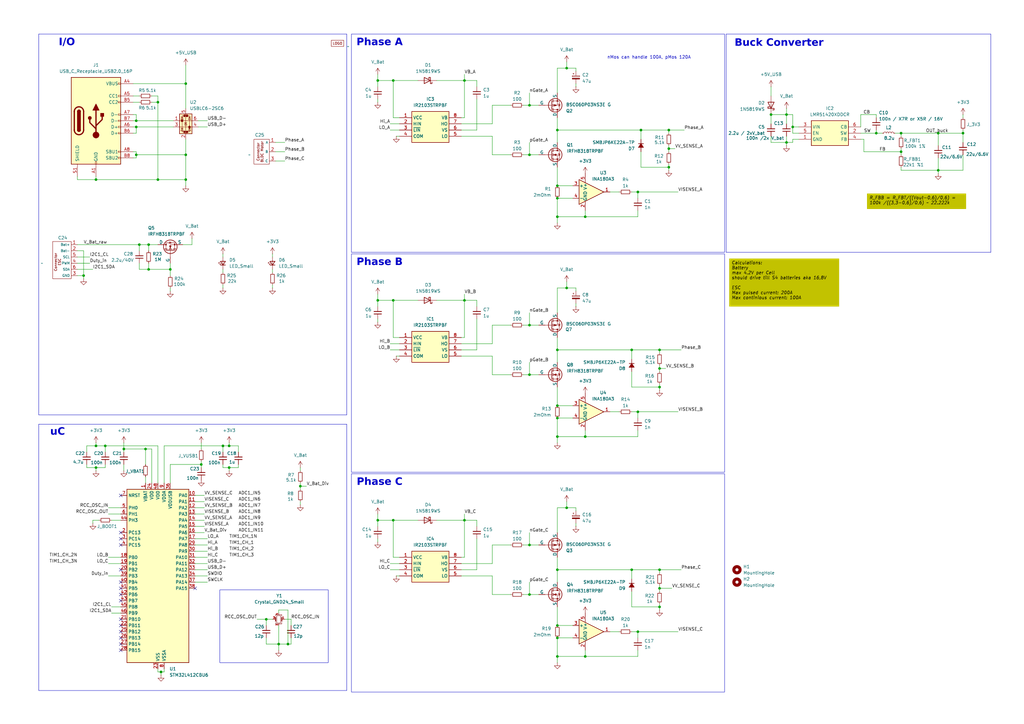
<source format=kicad_sch>
(kicad_sch (version 20231120) (generator "eeschema") (generator_version "8.0")
  (paper "A3")
  (junction (at 76.2 63.5))
  (junction (at 93.98 191.77))
  (junction (at 228.6 143.51))
  (junction (at 259.08 233.68))
  (junction (at 60.96 110.49))
  (junction (at 154.94 213.36))
  (junction (at 228.6 261.62))
  (junction (at 76.2 73.66))
  (junction (at 262.89 53.34))
  (junction (at 228.6 81.28))
  (junction (at 240.03 269.24))
  (junction (at 161.29 213.36))
  (junction (at 369.57 54.61))
  (junction (at 217.17 243.84))
  (junction (at 384.81 69.85))
  (junction (at 50.8 184.15))
  (junction (at 91.44 182.88))
  (junction (at 261.62 78.74))
  (junction (at 384.81 54.61))
  (junction (at 228.6 256.54))
  (junction (at 190.5 123.19))
  (junction (at 228.6 179.07))
  (junction (at 240.03 179.07))
  (junction (at 394.97 54.61))
  (junction (at 270.51 241.3))
  (junction (at 64.77 73.66))
  (junction (at 190.5 213.36))
  (junction (at 66.04 275.59))
  (junction (at 232.41 118.11))
  (junction (at 322.58 46.99))
  (junction (at 325.12 52.07))
  (junction (at 114.3 264.16))
  (junction (at 217.17 223.52))
  (junction (at 274.32 53.34))
  (junction (at 55.88 49.53))
  (junction (at 274.32 60.96))
  (junction (at 270.51 143.51))
  (junction (at 118.11 264.16))
  (junction (at 154.94 33.02))
  (junction (at 217.17 133.35))
  (junction (at 217.17 63.5))
  (junction (at 39.37 73.66))
  (junction (at 261.62 168.91))
  (junction (at 228.6 53.34))
  (junction (at 64.77 41.91))
  (junction (at 359.41 54.61))
  (junction (at 232.41 27.94))
  (junction (at 228.6 88.9))
  (junction (at 43.18 182.88))
  (junction (at 39.37 191.77))
  (junction (at 259.08 143.51))
  (junction (at 55.88 52.07))
  (junction (at 228.6 76.2))
  (junction (at 161.29 33.02))
  (junction (at 270.51 233.68))
  (junction (at 270.51 158.75))
  (junction (at 59.69 184.15))
  (junction (at 316.23 46.99))
  (junction (at 69.85 110.49))
  (junction (at 232.41 208.28))
  (junction (at 322.58 58.42))
  (junction (at 109.22 254))
  (junction (at 228.6 269.24))
  (junction (at 76.2 34.29))
  (junction (at 228.6 166.37))
  (junction (at 190.5 33.02))
  (junction (at 240.03 88.9))
  (junction (at 270.51 151.13))
  (junction (at 274.32 68.58))
  (junction (at 39.37 182.88))
  (junction (at 123.19 199.39))
  (junction (at 261.62 259.08))
  (junction (at 270.51 248.92))
  (junction (at 60.96 100.33))
  (junction (at 161.29 123.19))
  (junction (at 93.98 182.88))
  (junction (at 34.29 113.03))
  (junction (at 217.17 43.18))
  (junction (at 55.88 63.5))
  (junction (at 154.94 123.19))
  (junction (at 82.55 190.5))
  (junction (at 369.57 62.23))
  (junction (at 228.6 233.68))
  (junction (at 57.15 100.33))
  (junction (at 228.6 171.45))
  (junction (at 217.17 153.67))
  (no_connect (at 49.53 254))
  (no_connect (at 80.01 241.3))
  (no_connect (at 49.53 223.52))
  (no_connect (at 49.53 246.38))
  (no_connect (at 49.53 220.98))
  (no_connect (at 49.53 233.68))
  (no_connect (at 49.53 243.84))
  (no_connect (at 49.53 241.3))
  (no_connect (at 49.53 264.16))
  (no_connect (at 49.53 256.54))
  (no_connect (at 49.53 266.7))
  (no_connect (at 49.53 203.2))
  (no_connect (at 49.53 218.44))
  (no_connect (at 49.53 238.76))
  (no_connect (at 49.53 259.08))
  (no_connect (at 49.53 261.62))
  (wire (pts (xy 82.55 191.77) (xy 82.55 190.5)))
  (wire (pts (xy 201.93 133.35) (xy 209.55 133.35)))
  (wire (pts (xy 161.29 213.36) (xy 171.45 213.36)))
  (wire (pts (xy 270.51 158.75) (xy 270.51 157.48)))
  (wire (pts (xy 54.61 52.07) (xy 55.88 52.07)))
  (wire (pts (xy 83.82 210.82) (xy 80.01 210.82)))
  (wire (pts (xy 195.58 130.81) (xy 195.58 143.51)))
  (wire (pts (xy 83.82 203.2) (xy 80.01 203.2)))
  (wire (pts (xy 354.33 62.23) (xy 354.33 57.15)))
  (wire (pts (xy 109.22 254) (xy 111.76 254)))
  (wire (pts (xy 250.19 259.08) (xy 254 259.08)))
  (wire (pts (xy 325.12 52.07) (xy 327.66 52.07)))
  (wire (pts (xy 39.37 182.88) (xy 43.18 182.88)))
  (wire (pts (xy 262.89 62.23) (xy 262.89 68.58)))
  (wire (pts (xy 195.58 143.51) (xy 189.23 143.51)))
  (wire (pts (xy 270.51 242.57) (xy 270.51 241.3)))
  (wire (pts (xy 228.6 53.34) (xy 262.89 53.34)))
  (wire (pts (xy 316.23 58.42) (xy 316.23 55.88)))
  (wire (pts (xy 240.03 88.9) (xy 240.03 86.36)))
  (wire (pts (xy 34.29 102.87) (xy 31.75 102.87)))
  (wire (pts (xy 228.6 171.45) (xy 234.95 171.45)))
  (wire (pts (xy 262.89 68.58) (xy 274.32 68.58)))
  (wire (pts (xy 123.19 191.77) (xy 123.19 193.04)))
  (wire (pts (xy 250.19 78.74) (xy 254 78.74)))
  (wire (pts (xy 34.29 114.3) (xy 34.29 113.03)))
  (wire (pts (xy 214.63 153.67) (xy 217.17 153.67)))
  (wire (pts (xy 384.81 71.12) (xy 384.81 69.85)))
  (wire (pts (xy 67.31 182.88) (xy 91.44 182.88)))
  (wire (pts (xy 190.5 123.19) (xy 195.58 123.19)))
  (wire (pts (xy 81.28 52.07) (xy 85.09 52.07)))
  (wire (pts (xy 270.51 241.3) (xy 270.51 240.03)))
  (wire (pts (xy 232.41 27.94) (xy 228.6 27.94)))
  (wire (pts (xy 111.76 118.11) (xy 111.76 116.84)))
  (wire (pts (xy 154.94 33.02) (xy 161.29 33.02)))
  (wire (pts (xy 44.45 210.82) (xy 49.53 210.82)))
  (wire (pts (xy 78.74 100.33) (xy 74.93 100.33)))
  (wire (pts (xy 83.82 213.36) (xy 80.01 213.36)))
  (wire (pts (xy 195.58 125.73) (xy 195.58 123.19)))
  (wire (pts (xy 217.17 43.18) (xy 220.98 43.18)))
  (wire (pts (xy 228.6 158.75) (xy 228.6 166.37)))
  (wire (pts (xy 240.03 269.24) (xy 240.03 266.7)))
  (wire (pts (xy 60.96 107.95) (xy 60.96 110.49)))
  (wire (pts (xy 195.58 53.34) (xy 189.23 53.34)))
  (wire (pts (xy 359.41 53.34) (xy 359.41 54.61)))
  (wire (pts (xy 91.44 118.11) (xy 91.44 116.84)))
  (wire (pts (xy 322.58 44.45) (xy 322.58 46.99)))
  (wire (pts (xy 273.05 151.13) (xy 270.51 151.13)))
  (wire (pts (xy 154.94 132.08) (xy 154.94 130.81)))
  (wire (pts (xy 118.11 264.16) (xy 119.38 264.16)))
  (wire (pts (xy 270.51 250.19) (xy 270.51 248.92)))
  (wire (pts (xy 394.97 58.42) (xy 394.97 54.61)))
  (wire (pts (xy 57.15 100.33) (xy 57.15 102.87)))
  (wire (pts (xy 161.29 123.19) (xy 161.29 138.43)))
  (wire (pts (xy 201.93 231.14) (xy 201.93 223.52)))
  (wire (pts (xy 91.44 182.88) (xy 93.98 182.88)))
  (wire (pts (xy 201.93 63.5) (xy 209.55 63.5)))
  (wire (pts (xy 217.17 133.35) (xy 220.98 133.35)))
  (wire (pts (xy 82.55 181.61) (xy 82.55 184.15)))
  (wire (pts (xy 259.08 259.08) (xy 261.62 259.08)))
  (wire (pts (xy 261.62 179.07) (xy 240.03 179.07)))
  (wire (pts (xy 259.08 233.68) (xy 270.51 233.68)))
  (wire (pts (xy 325.12 54.61) (xy 325.12 52.07)))
  (wire (pts (xy 190.5 213.36) (xy 190.5 228.6)))
  (wire (pts (xy 228.6 48.26) (xy 228.6 53.34)))
  (wire (pts (xy 123.19 207.01) (xy 123.19 205.74)))
  (wire (pts (xy 54.61 41.91) (xy 57.15 41.91)))
  (wire (pts (xy 64.77 73.66) (xy 39.37 73.66)))
  (wire (pts (xy 55.88 54.61) (xy 54.61 54.61)))
  (wire (pts (xy 69.85 190.5) (xy 82.55 190.5)))
  (wire (pts (xy 190.5 48.26) (xy 189.23 48.26)))
  (wire (pts (xy 154.94 120.65) (xy 154.94 123.19)))
  (wire (pts (xy 55.88 49.53) (xy 54.61 49.53)))
  (wire (pts (xy 228.6 228.6) (xy 228.6 233.68)))
  (wire (pts (xy 44.45 208.28) (xy 49.53 208.28)))
  (wire (pts (xy 232.41 25.4) (xy 232.41 27.94)))
  (wire (pts (xy 259.08 143.51) (xy 270.51 143.51)))
  (wire (pts (xy 228.6 233.68) (xy 228.6 238.76)))
  (wire (pts (xy 38.1 110.49) (xy 31.75 110.49)))
  (wire (pts (xy 201.93 243.84) (xy 209.55 243.84)))
  (wire (pts (xy 228.6 118.11) (xy 228.6 128.27)))
  (wire (pts (xy 394.97 53.34) (xy 394.97 54.61)))
  (wire (pts (xy 91.44 182.88) (xy 91.44 185.42)))
  (wire (pts (xy 39.37 181.61) (xy 39.37 182.88)))
  (wire (pts (xy 261.62 176.53) (xy 261.62 179.07)))
  (wire (pts (xy 236.22 29.21) (xy 236.22 27.94)))
  (wire (pts (xy 189.23 231.14) (xy 201.93 231.14)))
  (wire (pts (xy 160.02 231.14) (xy 163.83 231.14)))
  (wire (pts (xy 85.09 226.06) (xy 80.01 226.06)))
  (wire (pts (xy 91.44 104.14) (xy 91.44 105.41)))
  (wire (pts (xy 232.41 115.57) (xy 232.41 118.11)))
  (wire (pts (xy 195.58 233.68) (xy 189.23 233.68)))
  (wire (pts (xy 154.94 41.91) (xy 154.94 40.64)))
  (wire (pts (xy 261.62 259.08) (xy 261.62 261.62)))
  (wire (pts (xy 190.5 213.36) (xy 195.58 213.36)))
  (wire (pts (xy 161.29 33.02) (xy 171.45 33.02)))
  (wire (pts (xy 369.57 63.5) (xy 369.57 62.23)))
  (wire (pts (xy 270.51 248.92) (xy 270.51 247.65)))
  (wire (pts (xy 67.31 275.59) (xy 66.04 275.59)))
  (wire (pts (xy 195.58 35.56) (xy 195.58 33.02)))
  (wire (pts (xy 154.94 35.56) (xy 154.94 33.02)))
  (wire (pts (xy 39.37 73.66) (xy 31.75 73.66)))
  (wire (pts (xy 214.63 133.35) (xy 217.17 133.35)))
  (wire (pts (xy 160.02 50.8) (xy 163.83 50.8)))
  (wire (pts (xy 179.07 33.02) (xy 190.5 33.02)))
  (wire (pts (xy 83.82 215.9) (xy 80.01 215.9)))
  (wire (pts (xy 60.96 110.49) (xy 69.85 110.49)))
  (wire (pts (xy 50.8 184.15) (xy 59.69 184.15)))
  (wire (pts (xy 369.57 62.23) (xy 369.57 60.96)))
  (wire (pts (xy 228.6 208.28) (xy 228.6 218.44)))
  (wire (pts (xy 262.89 53.34) (xy 262.89 57.15)))
  (wire (pts (xy 45.72 213.36) (xy 49.53 213.36)))
  (wire (pts (xy 232.41 27.94) (xy 236.22 27.94)))
  (wire (pts (xy 261.62 168.91) (xy 261.62 171.45)))
  (wire (pts (xy 189.23 55.88) (xy 201.93 55.88)))
  (wire (pts (xy 64.77 39.37) (xy 64.77 41.91)))
  (wire (pts (xy 228.6 143.51) (xy 259.08 143.51)))
  (wire (pts (xy 50.8 193.04) (xy 50.8 190.5)))
  (wire (pts (xy 262.89 53.34) (xy 274.32 53.34)))
  (wire (pts (xy 270.51 160.02) (xy 270.51 158.75)))
  (wire (pts (xy 39.37 191.77) (xy 35.56 191.77)))
  (wire (pts (xy 85.09 233.68) (xy 80.01 233.68)))
  (wire (pts (xy 236.22 215.9) (xy 236.22 214.63)))
  (wire (pts (xy 39.37 193.04) (xy 39.37 191.77)))
  (wire (pts (xy 161.29 48.26) (xy 163.83 48.26)))
  (wire (pts (xy 228.6 179.07) (xy 240.03 179.07)))
  (wire (pts (xy 270.51 233.68) (xy 279.4 233.68)))
  (wire (pts (xy 109.22 264.16) (xy 114.3 264.16)))
  (wire (pts (xy 114.3 250.19) (xy 118.11 250.19)))
  (wire (pts (xy 236.22 209.55) (xy 236.22 208.28)))
  (wire (pts (xy 232.41 118.11) (xy 228.6 118.11)))
  (wire (pts (xy 322.58 58.42) (xy 325.12 58.42)))
  (wire (pts (xy 275.59 241.3) (xy 270.51 241.3)))
  (wire (pts (xy 322.58 59.69) (xy 322.58 58.42)))
  (wire (pts (xy 85.09 223.52) (xy 80.01 223.52)))
  (wire (pts (xy 161.29 213.36) (xy 161.29 228.6)))
  (wire (pts (xy 228.6 27.94) (xy 228.6 38.1)))
  (wire (pts (xy 201.93 43.18) (xy 209.55 43.18)))
  (wire (pts (xy 80.01 236.22) (xy 85.09 236.22)))
  (wire (pts (xy 119.38 254) (xy 119.38 256.54)))
  (wire (pts (xy 54.61 46.99) (xy 55.88 46.99)))
  (wire (pts (xy 232.41 208.28) (xy 228.6 208.28)))
  (wire (pts (xy 111.76 111.76) (xy 111.76 110.49)))
  (wire (pts (xy 232.41 118.11) (xy 236.22 118.11)))
  (wire (pts (xy 93.98 191.77) (xy 97.79 191.77)))
  (wire (pts (xy 76.2 26.67) (xy 76.2 34.29)))
  (wire (pts (xy 322.58 46.99) (xy 322.58 50.8)))
  (wire (pts (xy 85.09 228.6) (xy 80.01 228.6)))
  (wire (pts (xy 161.29 33.02) (xy 161.29 48.26)))
  (wire (pts (xy 179.07 213.36) (xy 190.5 213.36)))
  (wire (pts (xy 34.29 102.87) (xy 34.29 113.03)))
  (wire (pts (xy 34.29 113.03) (xy 31.75 113.03)))
  (wire (pts (xy 91.44 111.76) (xy 91.44 110.49)))
  (wire (pts (xy 81.28 49.53) (xy 85.09 49.53)))
  (wire (pts (xy 55.88 63.5) (xy 55.88 64.77)))
  (wire (pts (xy 59.69 184.15) (xy 62.23 184.15)))
  (wire (pts (xy 160.02 143.51) (xy 163.83 143.51)))
  (wire (pts (xy 228.6 88.9) (xy 240.03 88.9)))
  (wire (pts (xy 105.41 254) (xy 109.22 254)))
  (wire (pts (xy 83.82 205.74) (xy 80.01 205.74)))
  (wire (pts (xy 384.81 54.61) (xy 394.97 54.61)))
  (wire (pts (xy 214.63 63.5) (xy 217.17 63.5)))
  (wire (pts (xy 232.41 205.74) (xy 232.41 208.28)))
  (wire (pts (xy 189.23 236.22) (xy 201.93 236.22)))
  (wire (pts (xy 160.02 233.68) (xy 163.83 233.68)))
  (wire (pts (xy 217.17 58.42) (xy 217.17 63.5)))
  (wire (pts (xy 190.5 138.43) (xy 189.23 138.43)))
  (wire (pts (xy 195.58 215.9) (xy 195.58 213.36)))
  (wire (pts (xy 261.62 259.08) (xy 278.13 259.08)))
  (wire (pts (xy 45.72 248.92) (xy 49.53 248.92)))
  (wire (pts (xy 85.09 220.98) (xy 80.01 220.98)))
  (wire (pts (xy 359.41 46.99) (xy 359.41 48.26)))
  (wire (pts (xy 62.23 41.91) (xy 64.77 41.91)))
  (wire (pts (xy 55.88 62.23) (xy 55.88 63.5)))
  (wire (pts (xy 80.01 238.76) (xy 85.09 238.76)))
  (wire (pts (xy 214.63 243.84) (xy 217.17 243.84)))
  (wire (pts (xy 384.81 54.61) (xy 384.81 59.69)))
  (wire (pts (xy 97.79 185.42) (xy 97.79 182.88)))
  (wire (pts (xy 322.58 55.88) (xy 322.58 58.42)))
  (wire (pts (xy 60.96 100.33) (xy 64.77 100.33)))
  (wire (pts (xy 59.69 195.58) (xy 59.69 198.12)))
  (wire (pts (xy 57.15 107.95) (xy 57.15 110.49)))
  (wire (pts (xy 236.22 125.73) (xy 236.22 124.46)))
  (wire (pts (xy 384.81 69.85) (xy 394.97 69.85)))
  (wire (pts (xy 261.62 78.74) (xy 278.13 78.74)))
  (wire (pts (xy 316.23 58.42) (xy 322.58 58.42)))
  (wire (pts (xy 261.62 78.74) (xy 261.62 81.28)))
  (wire (pts (xy 190.5 120.65) (xy 190.5 123.19)))
  (wire (pts (xy 359.41 54.61) (xy 353.06 54.61)))
  (wire (pts (xy 154.94 123.19) (xy 161.29 123.19)))
  (wire (pts (xy 50.8 181.61) (xy 50.8 184.15)))
  (wire (pts (xy 123.19 198.12) (xy 123.19 199.39)))
  (wire (pts (xy 64.77 41.91) (xy 64.77 73.66)))
  (wire (pts (xy 76.2 73.66) (xy 64.77 73.66)))
  (wire (pts (xy 217.17 63.5) (xy 220.98 63.5)))
  (wire (pts (xy 60.96 100.33) (xy 60.96 102.87)))
  (wire (pts (xy 43.18 182.88) (xy 64.77 182.88)))
  (wire (pts (xy 91.44 190.5) (xy 91.44 191.77)))
  (wire (pts (xy 179.07 123.19) (xy 190.5 123.19)))
  (wire (pts (xy 189.23 140.97) (xy 201.93 140.97)))
  (wire (pts (xy 259.08 147.32) (xy 259.08 143.51)))
  (wire (pts (xy 316.23 50.8) (xy 316.23 46.99)))
  (wire (pts (xy 39.37 72.39) (xy 39.37 73.66)))
  (wire (pts (xy 190.5 210.82) (xy 190.5 213.36)))
  (wire (pts (xy 270.51 144.78) (xy 270.51 143.51)))
  (wire (pts (xy 228.6 143.51) (xy 228.6 148.59)))
  (wire (pts (xy 55.88 46.99) (xy 55.88 49.53)))
  (wire (pts (xy 250.19 168.91) (xy 254 168.91)))
  (wire (pts (xy 201.93 153.67) (xy 209.55 153.67)))
  (wire (pts (xy 109.22 264.16) (xy 109.22 261.62)))
  (wire (pts (xy 116.84 254) (xy 119.38 254)))
  (wire (pts (xy 160.02 53.34) (xy 163.83 53.34)))
  (wire (pts (xy 228.6 233.68) (xy 259.08 233.68)))
  (wire (pts (xy 369.57 55.88) (xy 369.57 54.61)))
  (wire (pts (xy 111.76 104.14) (xy 111.76 105.41)))
  (wire (pts (xy 38.1 213.36) (xy 40.64 213.36)))
  (wire (pts (xy 118.11 250.19) (xy 118.11 264.16)))
  (wire (pts (xy 214.63 43.18) (xy 217.17 43.18)))
  (wire (pts (xy 189.23 146.05) (xy 201.93 146.05)))
  (wire (pts (xy 93.98 181.61) (xy 93.98 182.88)))
  (wire (pts (xy 217.17 128.27) (xy 217.17 133.35)))
  (wire (pts (xy 66.04 275.59) (xy 64.77 275.59)))
  (wire (pts (xy 228.6 179.07) (xy 228.6 171.45)))
  (wire (pts (xy 67.31 198.12) (xy 67.31 182.88)))
  (wire (pts (xy 217.17 148.59) (xy 217.17 153.67)))
  (wire (pts (xy 195.58 220.98) (xy 195.58 233.68)))
  (wire (pts (xy 44.45 231.14) (xy 49.53 231.14)))
  (wire (pts (xy 354.33 62.23) (xy 369.57 62.23)))
  (wire (pts (xy 31.75 100.33) (xy 57.15 100.33)))
  (wire (pts (xy 162.56 55.88) (xy 163.83 55.88)))
  (wire (pts (xy 82.55 190.5) (xy 82.55 189.23)))
  (wire (pts (xy 45.72 251.46) (xy 49.53 251.46)))
  (wire (pts (xy 316.23 35.56) (xy 316.23 39.37)))
  (wire (pts (xy 240.03 179.07) (xy 240.03 176.53)))
  (wire (pts (xy 394.97 69.85) (xy 394.97 63.5)))
  (wire (pts (xy 261.62 88.9) (xy 240.03 88.9)))
  (wire (pts (xy 190.5 123.19) (xy 190.5 138.43)))
  (wire (pts (xy 270.51 143.51) (xy 279.4 143.51)))
  (wire (pts (xy 228.6 269.24) (xy 240.03 269.24)))
  (wire (pts (xy 228.6 248.92) (xy 228.6 256.54)))
  (wire (pts (xy 43.18 185.42) (xy 43.18 182.88)))
  (wire (pts (xy 259.08 242.57) (xy 259.08 248.92)))
  (wire (pts (xy 261.62 86.36) (xy 261.62 88.9)))
  (wire (pts (xy 114.3 264.16) (xy 118.11 264.16)))
  (wire (pts (xy 161.29 138.43) (xy 163.83 138.43)))
  (wire (pts (xy 38.1 213.36) (xy 38.1 214.63)))
  (wire (pts (xy 201.93 223.52) (xy 209.55 223.52)))
  (wire (pts (xy 274.32 53.34) (xy 280.67 53.34)))
  (wire (pts (xy 190.5 30.48) (xy 190.5 33.02)))
  (wire (pts (xy 274.32 69.85) (xy 274.32 68.58)))
  (wire (pts (xy 261.62 266.7) (xy 261.62 269.24)))
  (wire (pts (xy 325.12 58.42) (xy 325.12 57.15)))
  (wire (pts (xy 35.56 191.77) (xy 35.56 190.5)))
  (wire (pts (xy 97.79 191.77) (xy 97.79 190.5)))
  (wire (pts (xy 57.15 110.49) (xy 60.96 110.49)))
  (wire (pts (xy 66.04 275.59) (xy 66.04 276.86)))
  (wire (pts (xy 228.6 271.78) (xy 228.6 269.24)))
  (wire (pts (xy 154.94 213.36) (xy 161.29 213.36)))
  (wire (pts (xy 113.03 58.42) (xy 116.84 58.42)))
  (wire (pts (xy 190.5 228.6) (xy 189.23 228.6)))
  (wire (pts (xy 36.83 107.95) (xy 31.75 107.95)))
  (wire (pts (xy 59.69 184.15) (xy 59.69 190.5)))
  (wire (pts (xy 228.6 256.54) (xy 234.95 256.54)))
  (wire (pts (xy 322.58 46.99) (xy 325.12 46.99)))
  (wire (pts (xy 316.23 46.99) (xy 322.58 46.99)))
  (wire (pts (xy 189.23 50.8) (xy 201.93 50.8)))
  (wire (pts (xy 91.44 191.77) (xy 93.98 191.77)))
  (wire (pts (xy 162.56 236.22) (xy 163.83 236.22)))
  (wire (pts (xy 69.85 110.49) (xy 69.85 113.03)))
  (wire (pts (xy 154.94 210.82) (xy 154.94 213.36)))
  (wire (pts (xy 201.93 50.8) (xy 201.93 43.18)))
  (wire (pts (xy 369.57 54.61) (xy 367.03 54.61)))
  (wire (pts (xy 54.61 34.29) (xy 76.2 34.29)))
  (wire (pts (xy 259.08 248.92) (xy 270.51 248.92)))
  (wire (pts (xy 44.45 236.22) (xy 49.53 236.22)))
  (wire (pts (xy 228.6 81.28) (xy 234.95 81.28)))
  (wire (pts (xy 228.6 181.61) (xy 228.6 179.07)))
  (wire (pts (xy 274.32 60.96) (xy 274.32 59.69)))
  (wire (pts (xy 259.08 78.74) (xy 261.62 78.74)))
  (wire (pts (xy 228.6 261.62) (xy 234.95 261.62)))
  (wire (pts (xy 50.8 185.42) (xy 50.8 184.15)))
  (wire (pts (xy 76.2 63.5) (xy 76.2 57.15)))
  (wire (pts (xy 259.08 233.68) (xy 259.08 237.49)))
  (wire (pts (xy 55.88 52.07) (xy 55.88 54.61)))
  (wire (pts (xy 369.57 54.61) (xy 384.81 54.61)))
  (wire (pts (xy 54.61 62.23) (xy 55.88 62.23)))
  (wire (pts (xy 201.93 146.05) (xy 201.93 153.67)))
  (wire (pts (xy 160.02 140.97) (xy 163.83 140.97)))
  (wire (pts (xy 359.41 54.61) (xy 361.95 54.61)))
  (wire (pts (xy 93.98 191.77) (xy 93.98 193.04)))
  (wire (pts (xy 217.17 153.67) (xy 220.98 153.67)))
  (wire (pts (xy 232.41 208.28) (xy 236.22 208.28)))
  (wire (pts (xy 83.82 208.28) (xy 80.01 208.28)))
  (wire (pts (xy 228.6 138.43) (xy 228.6 143.51)))
  (wire (pts (xy 259.08 158.75) (xy 270.51 158.75)))
  (wire (pts (xy 274.32 68.58) (xy 274.32 67.31)))
  (wire (pts (xy 154.94 125.73) (xy 154.94 123.19)))
  (wire (pts (xy 31.75 73.66) (xy 31.75 72.39)))
  (wire (pts (xy 35.56 182.88) (xy 39.37 182.88)))
  (wire (pts (xy 113.03 62.23) (xy 116.84 62.23)))
  (wire (pts (xy 114.3 264.16) (xy 114.3 266.7)))
  (wire (pts (xy 67.31 275.59) (xy 67.31 274.32)))
  (wire (pts (xy 228.6 91.44) (xy 228.6 88.9)))
  (wire (pts (xy 44.45 228.6) (xy 49.53 228.6)))
  (wire (pts (xy 43.18 191.77) (xy 43.18 190.5)))
  (wire (pts (xy 274.32 62.23) (xy 274.32 60.96)))
  (wire (pts (xy 228.6 68.58) (xy 228.6 76.2)))
  (wire (pts (xy 69.85 118.11) (xy 69.85 119.38)))
  (wire (pts (xy 83.82 218.44) (xy 80.01 218.44)))
  (wire (pts (xy 228.6 53.34) (xy 228.6 58.42)))
  (wire (pts (xy 353.06 46.99) (xy 359.41 46.99)))
  (wire (pts (xy 228.6 88.9) (xy 228.6 81.28)))
  (wire (pts (xy 80.01 231.14) (xy 85.09 231.14)))
  (wire (pts (xy 154.94 30.48) (xy 154.94 33.02)))
  (wire (pts (xy 64.77 275.59) (xy 64.77 274.32)))
  (wire (pts (xy 201.93 236.22) (xy 201.93 243.84)))
  (wire (pts (xy 154.94 222.25) (xy 154.94 220.98)))
  (wire (pts (xy 195.58 40.64) (xy 195.58 53.34)))
  (wire (pts (xy 270.51 151.13) (xy 270.51 149.86)))
  (wire (pts (xy 190.5 33.02) (xy 195.58 33.02)))
  (wire (pts (xy 78.74 97.79) (xy 78.74 100.33)))
  (wire (pts (xy 354.33 57.15) (xy 353.06 57.15)))
  (wire (pts (xy 125.73 199.39) (xy 123.19 199.39)))
  (wire (pts (xy 228.6 269.24) (xy 228.6 261.62)))
  (wire (pts (xy 201.93 55.88) (xy 201.93 63.5)))
  (wire (pts (xy 57.15 39.37) (xy 54.61 39.37)))
  (wire (pts (xy 261.62 168.91) (xy 278.13 168.91)))
  (wire (pts (xy 236.22 35.56) (xy 236.22 34.29)))
  (wire (pts (xy 325.12 57.15) (xy 327.66 57.15)))
  (wire (pts (xy 270.51 234.95) (xy 270.51 233.68)))
  (wire (pts (xy 114.3 256.54) (xy 114.3 264.16)))
  (wire (pts (xy 39.37 191.77) (xy 43.18 191.77)))
  (wire (pts (xy 259.08 152.4) (xy 259.08 158.75)))
  (wire (pts (xy 261.62 269.24) (xy 240.03 269.24)))
  (wire (pts (xy 217.17 223.52) (xy 220.98 223.52)))
  (wire (pts (xy 228.6 76.2) (xy 234.95 76.2)))
  (wire (pts (xy 162.56 146.05) (xy 163.83 146.05)))
  (wire (pts (xy 325.12 46.99) (xy 325.12 52.07)))
  (wire (pts (xy 55.88 63.5) (xy 76.2 63.5)))
  (wire (pts (xy 64.77 182.88) (xy 64.77 198.12)))
  (wire (pts (xy 55.88 64.77) (xy 54.61 64.77)))
  (wire (pts (xy 214.63 223.52) (xy 217.17 223.52)))
  (wire (pts (xy 123.19 199.39) (xy 123.19 200.66)))
  (wire (pts (xy 276.86 60.96) (xy 274.32 60.96)))
  (wire (pts (xy 69.85 107.95) (xy 69.85 110.49)))
  (wire (pts (xy 154.94 215.9) (xy 154.94 213.36)))
  (wire (pts (xy 35.56 185.42) (xy 35.56 182.88)))
  (wire (pts (xy 113.03 66.04) (xy 116.84 66.04)))
  (wire (pts (xy 270.51 152.4) (xy 270.51 151.13)))
  (wire (pts (xy 217.17 238.76) (xy 217.17 243.84)))
  (wire (pts (xy 217.17 218.44) (xy 217.17 223.52)))
  (wire (pts (xy 369.57 69.85) (xy 384.81 69.85)))
  (wire (pts (xy 217.17 38.1) (xy 217.17 43.18)))
  (wire (pts (xy 190.5 33.02) (xy 190.5 48.26)))
  (wire (pts (xy 62.23 184.15) (xy 62.23 198.12)))
  (wire (pts (xy 394.97 46.99) (xy 394.97 48.26)))
  (wire (pts (xy 57.15 100.33) (xy 60.96 100.33)))
  (wire (pts (xy 55.88 52.07) (xy 71.12 52.07)))
  (wire (pts (xy 36.83 105.41) (xy 31.75 105.41)))
  (wire (pts (xy 274.32 53.34) (xy 274.32 54.61)))
  (wire (pts (xy 369.57 69.85) (xy 369.57 68.58)))
  (wire (pts (xy 109.22 254) (xy 109.22 256.54)))
  (wire (pts (xy 353.06 52.07) (xy 353.06 46.99)))
  (wire (pts (xy 327.66 54.61) (xy 325.12 54.61)))
  (wire (pts (xy 62.23 39.37) (xy 64.77 39.37)))
  (wire (pts (xy 69.85 190.5) (xy 69.85 198.12)))
  (wire (pts (xy 384.81 64.77) (xy 384.81 69.85)))
  (wire (pts (xy 93.98 182.88) (xy 97.79 182.88)))
  (wire (pts (xy 114.3 251.46) (xy 114.3 250.19)))
  (wire (pts (xy 228.6 166.37) (xy 234.95 166.37)))
  (wire (pts (xy 259.08 168.91) (xy 261.62 168.91)))
  (wire (pts (xy 119.38 264.16) (xy 119.38 261.62)))
  (wire (pts (xy 161.29 123.19) (xy 171.45 123.19)))
  (wire (pts (xy 236.22 119.38) (xy 236.22 118.11)))
  (wire (pts (xy 76.2 76.2) (xy 76.2 73.66)))
  (wire (pts (xy 71.12 49.53) (xy 55.88 49.53)))
  (wire (pts (xy 76.2 34.29) (xy 76.2 44.45)))
  (wire (pts (xy 217.17 243.84) (xy 220.98 243.84)))
  (wire (pts (xy 201.93 140.97) (xy 201.93 133.35)))
  (wire (pts (xy 76.2 73.66) (xy 76.2 63.5)))
  (wire (pts (xy 161.29 228.6) (xy 163.83 228.6)))
  (rectangle (start 144.145 104.14) (end 297.18 193.675))
  (rectangle (start 297.815 13.97) (end 406.4 103.505))
  (rectangle (start 15.875 173.99) (end 142.24 283.21))
  (rectangle (start 144.145 194.31) (end 297.18 283.845))
  (rectangle (start 144.145 13.97) (end 297.18 103.505))
  (rectangle (start 15.875 13.97) (end 142.24 170.18))
  (rectangle (start 90.17 241.935) (end 134.62 271.78))
  (text_box "Calculations:\nBattery\nmax 4.2V per Cell\nshould drive till S4 batteries aka 16,8V\n\nESC\nMax pulsed current: 200A\nMax continious current: 100A\n" (at 299.085 106.045 0) (size 45.085 19.685) (stroke (width -0.0001) (color 255 255 0 1)) (fill (type color) (color 194 194 0 1)) (effects (font (size 1.27 1.27) (italic yes)) (justify left top)))
  (text_box "R_FBB = R_FBT/((Vout-0,6)/0,6) = 100k /((3,3-0,6)/0,6) ~ 22.222k" (at 355.6 79.375 0) (size 40.64 6.35) (stroke (width -0.0001) (color 255 255 0 1)) (fill (type color) (color 194 194 0 1)) (effects (font (size 1.27 1.27) (italic yes)) (justify left top)))
  (text "Phase A" (at 155.702 18.288 0) (effects (font (size 3 3))))
  (text "nMos can handle 100A, pMos 120A" (at 266.192 23.622 0) (effects (font (size 1.27 1.27))))
  (text "I/O\n" (at 27.432 18.288 0) (effects (font (size 3 3))))
  (text "Buck Converter" (at 319.532 18.542 0) (effects (font (size 3 3))))
  (text "Phase B" (at 155.702 108.458 0) (effects (font (size 3 3))))
  (text "Phase C" (at 155.702 198.628 0) (effects (font (size 3 3))))
  (text "uC" (at 23.622 178.054 0) (effects (font (size 3 3))))
  (label "RCC_OSC_OUT" (at 44.45 210.82 180))
  (label "TIM1_CH_1N" (at 93.98 220.98 0))
  (label "ADC1_IN9" (at 97.79 213.36 0))
  (label "LO_A" (at 160.02 53.34 180))
  (label "V_Bat_Div" (at 125.73 199.39 0))
  (label "VISENSE_C" (at 83.82 205.74 0))
  (label "SWDIO" (at 85.09 236.22 0))
  (label "RCC_OSC_IN" (at 119.38 254 0))
  (label "VB_C" (at 190.5 210.82 0))
  (label "VV_SENSE_C" (at 83.82 203.2 0))
  (label "VV_SENSE_A" (at 276.86 60.96 0))
  (label "I2C1_SDA" (at 38.1 110.49 0))
  (label "pGate_A" (at 217.17 58.42 0))
  (label "Duty_in" (at 44.45 236.22 180))
  (label "Hi_B" (at 160.02 140.97 180))
  (label "nGate_A" (at 217.17 38.1 0))
  (label "Phase_C" (at 279.4 233.68 0))
  (label "OUT_buck" (at 379.73 54.61 0))
  (label "ADC1_IN7" (at 97.79 208.28 0))
  (label "LO_B" (at 160.02 143.51 180))
  (label "pGate_B" (at 217.17 148.59 0))
  (label "ADC1_IN10" (at 97.79 215.9 0))
  (label "ADC1_IN8" (at 97.79 210.82 0))
  (label "VV_SENSE_B" (at 83.82 208.28 0))
  (label "I2C1_CL" (at 36.83 105.41 0))
  (label "Phase_C" (at 116.84 66.04 0))
  (label "Phase_A" (at 116.84 58.42 0))
  (label "I2C1_SDA" (at 45.72 251.46 180))
  (label "Hi_A" (at 85.09 223.52 0))
  (label "USB_D+" (at 85.09 52.07 0))
  (label "VB_A" (at 190.5 30.48 0))
  (label "VV_SENSE_C" (at 275.59 241.3 0))
  (label "Hi_A" (at 160.02 50.8 180))
  (label "LO_C" (at 44.45 231.14 180))
  (label "VISENSE_C" (at 278.13 259.08 0))
  (label "ADC1_IN6" (at 97.79 205.74 0))
  (label "USB_D-" (at 85.09 49.53 0))
  (label "VV_SENSE_B" (at 273.05 151.13 0))
  (label "SW" (at 354.33 54.61 0))
  (label "V_Bat_Div" (at 83.82 218.44 0))
  (label "TIM1_CH_2" (at 93.98 226.06 0))
  (label "RCC_OSC_OUT" (at 105.41 254 180))
  (label "V_Bat_raw" (at 34.29 100.33 0))
  (label "I2C1_CL" (at 45.72 248.92 180))
  (label "USB_D-" (at 85.09 231.14 0))
  (label "Hi_B" (at 85.09 226.06 0))
  (label "TIM1_CH_3" (at 93.98 228.6 0))
  (label "TIM1_CH_1" (at 93.98 223.52 0))
  (label "Phase_B" (at 116.84 62.23 0))
  (label "RCC_OSC_IN" (at 44.45 208.28 180))
  (label "nGate_B" (at 217.17 128.27 0))
  (label "LO_C" (at 160.02 233.68 180))
  (label "LO_B" (at 44.45 228.6 180))
  (label "TIM1_CH_2N" (at 31.75 228.6 180))
  (label "ADC1_IN5" (at 97.79 203.2 0))
  (label "TIM1_CH_3N" (at 31.75 231.14 180))
  (label "pGate_C" (at 217.17 238.76 0))
  (label "Phase_B" (at 279.4 143.51 0))
  (label "LO_A" (at 85.09 220.98 0))
  (label "HI_C" (at 85.09 228.6 0))
  (label "VISENSE_B" (at 278.13 168.91 0))
  (label "VISENSE_A" (at 278.13 78.74 0))
  (label "SWCLK" (at 85.09 238.76 0))
  (label "VV_SENSE_A" (at 83.82 213.36 0))
  (label "VISENSE_A" (at 83.82 215.9 0))
  (label "CB" (at 354.0955 46.99 0))
  (label "ADC1_IN11" (at 97.79 218.44 0))
  (label "HI_C" (at 160.02 231.14 180))
  (label "Duty_in" (at 36.83 107.95 0))
  (label "VB_B" (at 190.5 120.65 0))
  (label "Phase_A" (at 280.67 53.34 0))
  (label "FB" (at 360.68 62.23 0))
  (label "USB_D+" (at 85.09 233.68 0))
  (label "VISENSE_B" (at 83.82 210.82 0))
  (label "nGate_C" (at 217.17 218.44 0))
  (symbol (lib_id "Device:R_Small") (at 256.54 259.08 270) (unit 1)
    (property "Reference" "R20" (at 256.54 254 90))
    (property "Value" "1k" (at 256.54 256.54 90))
    (property "Footprint" "Resistor_SMD:R_0603_1608Metric" (effects (hide yes)))
    (property "Description" "Resistor, small symbol" (effects (hide yes)))
  )
  (symbol (lib_id "power:+6V") (at 91.44 104.14 0) (unit 1)
    (property "Reference" "#PWR044" (effects (hide yes)))
    (property "Value" "V_Bat" (at 91.44 99.06 0))
    (property "Description" "Power symbol creates a global label with name \"+6V\"" (effects (hide yes)))
  )
  (symbol (lib_id "power:GND") (at 114.3 266.7 0) (unit 1)
    (property "Reference" "#PWR045" (effects (hide yes)))
    (property "Value" "GND" (effects (hide yes)))
    (property "Description" "Power symbol creates a global label with name \"GND\" , ground" (effects (hide yes)))
  )
  (symbol (lib_id "power:GND") (at 162.56 236.22 0) (unit 1)
    (property "Reference" "#PWR028" (effects (hide yes)))
    (property "Value" "GND" (effects (hide yes)))
    (property "Description" "Power symbol creates a global label with name \"GND\" , ground" (effects (hide yes)))
  )
  (symbol (lib_id "power:GND") (at 154.94 41.91 0) (unit 1)
    (property "Reference" "#PWR06" (effects (hide yes)))
    (property "Value" "GND" (effects (hide yes)))
    (property "Description" "Power symbol creates a global label with name \"GND\" , ground" (effects (hide yes)))
  )
  (symbol (lib_id "Device:C_Small") (at 154.94 38.1 0) (mirror x) (unit 1)
    (property "Reference" "C4" (at 152.4 36.8235 0) (effects (justify right)))
    (property "Value" "1u" (at 152.4 39.3635 0) (effects (justify right)))
    (property "Footprint" "Capacitor_SMD:C_0603_1608Metric" (effects (hide yes)))
    (property "Description" "Unpolarized capacitor, small symbol" (effects (hide yes)))
  )
  (symbol (lib_id "Device:R_Small") (at 43.18 213.36 270) (unit 1)
    (property "Reference" "J_BOOT1" (at 43.942 215.9 90))
    (property "Value" "0" (effects (hide yes)))
    (property "Footprint" "Resistor_SMD:R_0603_1608Metric" (effects (hide yes)))
    (property "Description" "Resistor, small symbol" (effects (hide yes)))
  )
  (symbol (lib_id "power:+3V3") (at 111.76 104.14 0) (unit 1)
    (property "Reference" "#PWR051" (effects (hide yes)))
    (property "Value" "+3V3" (at 111.76 99.06 0))
    (property "Description" "Power symbol creates a global label with name \"+3V3\"" (effects (hide yes)))
  )
  (symbol (lib_id "Device:R_Small") (at 256.54 168.91 270) (unit 1)
    (property "Reference" "R14" (at 256.54 163.83 90))
    (property "Value" "1k" (at 256.54 166.37 90))
    (property "Footprint" "Resistor_SMD:R_0603_1608Metric" (effects (hide yes)))
    (property "Description" "Resistor, small symbol" (effects (hide yes)))
  )
  (symbol (lib_id "Device:LED_Small") (at 91.44 107.95 90) (unit 1)
    (property "Reference" "D5" (at 93.98 106.6164 90) (effects (justify right)))
    (property "Value" "LED_Small" (at 93.98 109.1564 90) (effects (justify right)))
    (property "Footprint" "LED_SMD:LED_0603_1608Metric" (effects (hide yes)))
    (property "Description" "Light emitting diode, small symbol" (effects (hide yes)))
  )
  (symbol (lib_id "ESC_Library:LMR51420XDDCR") (at 327.66 52.07 0) (unit 1)
    (property "Reference" "IC2" (at 340.36 44.45 0))
    (property "Value" "LMR51420XDDCR" (at 340.36 46.99 0))
    (property "Footprint" "SOT95P280X110-6N" (effects (hide yes)))
    (property "Datasheet" "https://www.ti.com/lit/ds/symlink/lmr51420.pdf?ts=1663231243064" (effects (hide yes)))
    (property "Description" "Switching Voltage Regulators SIMPLE SWITCHER power converter 4.5-V to 36-V, 2-A, synchronous buck with 40-uA IQ" (effects (hide yes)))
    (property "Height" "1.1" (effects (hide yes)))
    (property "Mouser Part Number" "595-LMR51420XDDCR" (effects (hide yes)))
    (property "Mouser Price/Stock" "https://www.mouser.co.uk/ProductDetail/Texas-Instruments/LMR51420XDDCR?qs=vvQtp7zwQdN6fBqQU4azxw%3D%3D" (effects (hide yes)))
    (property "Manufacturer_Name" "Texas Instruments" (effects (hide yes)))
    (property "Manufacturer_Part_Number" "LMR51420XDDCR" (effects (hide yes)))
  )
  (symbol (lib_id "Device:R_Small") (at 256.54 78.74 270) (unit 1)
    (property "Reference" "R4" (at 256.54 73.66 90))
    (property "Value" "1k" (at 256.54 76.2 90))
    (property "Footprint" "Resistor_SMD:R_0603_1608Metric" (effects (hide yes)))
    (property "Description" "Resistor, small symbol" (effects (hide yes)))
  )
  (symbol (lib_id "Device:C_Small") (at 109.22 259.08 0) (mirror x) (unit 1)
    (property "Reference" "C26" (at 108.458 257.048 0) (effects (justify right)))
    (property "Value" "12p" (at 108.204 260.858 0) (effects (justify right)))
    (property "Footprint" "Capacitor_SMD:C_0402_1005Metric" (effects (hide yes)))
    (property "Description" "Unpolarized capacitor, small symbol" (effects (hide yes)))
  )
  (symbol (lib_id "power:GND") (at 236.22 215.9 0) (mirror y) (unit 1)
    (property "Reference" "#PWR031" (effects (hide yes)))
    (property "Value" "GND" (effects (hide yes)))
    (property "Description" "Power symbol creates a global label with name \"GND\" , ground" (effects (hide yes)))
  )
  (symbol (lib_id "power:+3V3") (at 93.98 181.61 0) (unit 1)
    (property "Reference" "#PWR041" (effects (hide yes)))
    (property "Value" "+3V3" (at 93.98 176.53 0))
    (property "Description" "Power symbol creates a global label with name \"+3V3\"" (effects (hide yes)))
  )
  (symbol (lib_id "Diode:1N5819WS") (at 175.26 213.36 180) (unit 1)
    (property "Reference" "D4" (at 175.5775 207.01 0))
    (property "Value" "1N5819WS" (at 175.5775 209.55 0))
    (property "Footprint" "Diode_SMD:D_SOD-323" (effects (hide yes)))
    (property "Datasheet" "https://datasheet.lcsc.com/lcsc/2204281430_Guangdong-Hottech-1N5819WS_C191023.pdf" (effects (hide yes)))
    (property "Description" "40V 600mV@1A 1A SOD-323 Schottky Barrier Diodes, SOD-323" (effects (hide yes)))
  )
  (symbol (lib_id "Device:C_Small") (at 97.79 187.96 0) (mirror x) (unit 1)
    (property "Reference" "C18" (at 97.028 185.928 0) (effects (justify right)))
    (property "Value" "1u" (at 96.52 189.484 0) (effects (justify right)))
    (property "Footprint" "Capacitor_SMD:C_0603_1608Metric" (effects (hide yes)))
    (property "Description" "Unpolarized capacitor, small symbol" (effects (hide yes)))
  )
  (symbol (lib_id "Mechanical:MountingHole") (at 302.26 238.76 0) (unit 1) (exclude_from_sim yes) (in_bom no)
    (property "Reference" "H2" (at 304.8 237.4899 0) (effects (justify left)))
    (property "Value" "MountingHole" (at 304.8 240.0299 0) (effects (justify left)))
    (property "Footprint" "MountingHole:MountingHole_2.2mm_M2" (effects (hide yes)))
    (property "Description" "Mounting Hole without connection" (effects (hide yes)))
  )
  (symbol (lib_id "power:GND") (at 34.29 114.3 0) (unit 1)
    (property "Reference" "#PWR043" (effects (hide yes)))
    (property "Value" "GND" (effects (hide yes)))
    (property "Description" "Power symbol creates a global label with name \"GND\" , ground" (effects (hide yes)))
  )
  (symbol (lib_id "ESC_Library:IR2103STRPBF") (at 163.83 48.26 0) (unit 1)
    (property "Reference" "IC3" (at 176.53 40.64 0))
    (property "Value" "IR2103STRPBF" (at 176.53 43.18 0))
    (property "Footprint" "SOIC127P600X175-8N" (effects (hide yes)))
    (property "Datasheet" "https://www.infineon.com/cms/en/product/power/gate-driver-ics/?" (effects (hide yes)))
    (property "Description" "Gate Drivers Half Bridge Driver 520ns" (effects (hide yes)))
    (property "Height" "1.75" (effects (hide yes)))
    (property "Mouser Part Number" "942-IR2103STRPBF" (effects (hide yes)))
    (property "Mouser Price/Stock" "https://www.mouser.co.uk/ProductDetail/Infineon-Technologies/IR2103STRPBF?qs=2r01AXMCG3MUNnnJnNllYQ%3D%3D" (effects (hide yes)))
    (property "Manufacturer_Name" "Infineon" (effects (hide yes)))
    (property "Manufacturer_Part_Number" "IR2103STRPBF" (effects (hide yes)))
  )
  (symbol (lib_id "Mechanical:MountingHole") (at 302.26 233.68 0) (unit 1) (exclude_from_sim yes) (in_bom no)
    (property "Reference" "H1" (at 304.8 232.4099 0) (effects (justify left)))
    (property "Value" "MountingHole" (at 304.8 234.9499 0) (effects (justify left)))
    (property "Footprint" "MountingHole:MountingHole_2.2mm_M2_DIN965_Pad" (effects (hide yes)))
    (property "Description" "Mounting Hole without connection" (effects (hide yes)))
  )
  (symbol (lib_id "power:GND") (at 228.6 271.78 0) (unit 1)
    (property "Reference" "#PWR029" (effects (hide yes)))
    (property "Value" "GND" (effects (hide yes)))
    (property "Description" "Power symbol creates a global label with name \"GND\" , ground" (effects (hide yes)))
  )
  (symbol (lib_id "power:GND") (at 162.56 146.05 0) (unit 1)
    (property "Reference" "#PWR018" (effects (hide yes)))
    (property "Value" "GND" (effects (hide yes)))
    (property "Description" "Power symbol creates a global label with name \"GND\" , ground" (effects (hide yes)))
  )
  (symbol (lib_id "Device:R_Small") (at 228.6 168.91 0) (unit 1)
    (property "Reference" "R13" (at 226.06 167.6399 0) (effects (justify right)))
    (property "Value" "2mOhm" (at 226.06 170.1799 0) (effects (justify right)))
    (property "Footprint" "Resistor_SMD:R_2512_6332Metric" (effects (hide yes)))
    (property "Description" "Resistor, small symbol" (effects (hide yes)))
    (property " Mouser-Nr.: " "603-PA2512FKM7W0R002 " (effects (hide yes)))
  )
  (symbol (lib_id "Device:C_Small") (at 394.97 60.96 180) (unit 1)
    (property "Reference" "C12" (at 396.494 59.182 0) (effects (justify right)))
    (property "Value" "22u/6.6V" (at 396.24 63.246 0) (effects (justify right)))
    (property "Footprint" "Capacitor_SMD:C_0603_1608Metric" (effects (hide yes)))
    (property "Description" "Unpolarized capacitor, small symbol" (effects (hide yes)))
  )
  (symbol (lib_id "Device:C_Small") (at 261.62 264.16 180) (unit 1)
    (property "Reference" "C17" (at 264.2761 262.8835 0) (effects (justify right)))
    (property "Value" "1n" (at 264.2761 265.4235 0) (effects (justify right)))
    (property "Footprint" "Capacitor_SMD:C_0603_1608Metric" (effects (hide yes)))
    (property "Description" "Unpolarized capacitor, small symbol" (effects (hide yes)))
  )
  (symbol (lib_id "Device:R_Small") (at 212.09 243.84 90) (unit 1)
    (property "Reference" "R18" (at 212.09 238.76 90))
    (property "Value" "100" (at 212.09 241.3 90))
    (property "Footprint" "Resistor_SMD:R_0603_1608Metric" (effects (hide yes)))
    (property "Description" "Resistor, small symbol" (effects (hide yes)))
  )
  (symbol (lib_id "Device:L_Small") (at 364.49 54.61 90) (unit 1)
    (property "Reference" "L2" (at 364.49 52.324 90))
    (property "Value" "8.2u" (at 364.744 56.642 90))
    (property "Footprint" "XAL5050822MEC" (effects (hide yes)))
    (property "Description" "Inductor, small symbol" (effects (hide yes)))
    (property "Height" "5.1" (effects (hide yes)))
    (property "Mouser Part Number" "994-XAL5050-822MEC" (effects (hide yes)))
    (property "Mouser Price/Stock" "https://www.mouser.co.uk/ProductDetail/Coilcraft/XAL5050-822MEC?qs=zCSbvcPd3pZDEPpKfFCYbg%3D%3D" (effects (hide yes)))
    (property "Manufacturer_Name" "COILCRAFT" (effects (hide yes)))
    (property "Manufacturer_Part_Number" "XAL5050-822MEC" (effects (hide yes)))
  )
  (symbol (lib_id "power:GND") (at 228.6 181.61 0) (unit 1)
    (property "Reference" "#PWR019" (effects (hide yes)))
    (property "Value" "GND" (effects (hide yes)))
    (property "Description" "Power symbol creates a global label with name \"GND\" , ground" (effects (hide yes)))
  )
  (symbol (lib_id "Simulation_SPICE:NMOS") (at 226.06 243.84 0) (unit 1)
    (property "Reference" "Q4" (at 232.41 239.776 0) (effects (justify left)))
    (property "Value" "IRFH8318TRPBF" (at 232.41 242.316 0) (effects (justify left)))
    (property "Footprint" "ESC_footrpints:BSC054N04NSGATMA1" (effects (hide yes)))
    (property "Datasheet" "https://ngspice.sourceforge.io/docs/ngspice-html-manual/manual.xhtml#cha_MOSFETs" (effects (hide yes)))
    (property "Description" "N-MOSFET transistor, drain/source/gate" (effects (hide yes)))
    (property "Sim.Device" "NMOS" (effects (hide yes)))
    (property "Sim.Type" "VDMOS" (effects (hide yes)))
    (property "Sim.Pins" "1=D 2=G 3=S" (effects (hide yes)))
  )
  (symbol (lib_id "power:+5V") (at 316.23 35.56 0) (unit 1)
    (property "Reference" "#PWR010" (effects (hide yes)))
    (property "Value" "+5V_USB" (at 316.23 30.48 0))
    (property "Description" "Power symbol creates a global label with name \"+5V\"" (effects (hide yes)))
  )
  (symbol (lib_id "Device:R_Small") (at 123.19 203.2 180) (unit 1)
    (property "Reference" "R8" (at 119.126 202.438 0))
    (property "Value" "1k" (at 119.126 204.724 0))
    (property "Footprint" "Resistor_SMD:R_0603_1608Metric" (effects (hide yes)))
    (property "Description" "Resistor, small symbol" (effects (hide yes)))
  )
  (symbol (lib_id "Device:D_Small_Filled") (at 259.08 149.86 270) (unit 1)
    (property "Reference" "D8" (at 256.54 151.1301 90) (effects (justify right)))
    (property "Value" "SMBJP6KE22A-TP" (at 256.54 148.5901 90) (effects (justify right)))
    (property "Footprint" "Diode_SMD:D_SMB" (effects (hide yes)))
    (property "Description" "Diode, small symbol, filled shape" (effects (hide yes)))
    (property "Sim.Device" "D" (effects (hide yes)))
    (property "Sim.Pins" "1=K 2=A" (effects (hide yes)))
  )
  (symbol (lib_id "power:GND") (at 39.37 193.04 0) (unit 1)
    (property "Reference" "#PWR036" (effects (hide yes)))
    (property "Value" "GND" (effects (hide yes)))
    (property "Description" "Power symbol creates a global label with name \"GND\" , ground" (effects (hide yes)))
  )
  (symbol (lib_id "Device:C_Small") (at 154.94 218.44 0) (mirror x) (unit 1)
    (property "Reference" "C14" (at 152.4 217.1635 0) (effects (justify right)))
    (property "Value" "1u" (at 152.4 219.7035 0) (effects (justify right)))
    (property "Footprint" "Capacitor_SMD:C_0603_1608Metric" (effects (hide yes)))
    (property "Description" "Unpolarized capacitor, small symbol" (effects (hide yes)))
  )
  (symbol (lib_id "Device:C_Polarized_Small") (at 236.22 31.75 0) (unit 1)
    (property "Reference" "C2" (at 238.76 30.734 0) (effects (justify left)))
    (property "Value" "47u" (at 238.76 33.274 0) (effects (justify left)))
    (property "Footprint" "CAPAE660X550N" (effects (hide yes)))
    (property "Description" "Polarized capacitor, small symbol" (effects (hide yes)))
    (property "Height" "5.5" (effects (hide yes)))
    (property "Mouser Part Number" "710-865080543009" (effects (hide yes)))
    (property "Mouser Price/Stock" "https://www.mouser.co.uk/ProductDetail/Wurth-Elektronik/865080543009?qs=0KOYDY2FL2%2F%252BYmhMLtEhDQ%3D%3D" (effects (hide yes)))
    (property "Manufacturer_Name" "Wurth Elektronik" (effects (hide yes)))
    (property "Manufacturer_Part_Number" "865080543009" (effects (hide yes)))
  )
  (symbol (lib_id "Device:C_Small") (at 322.58 53.34 0) (mirror x) (unit 1)
    (property "Reference" "C13" (at 321.31 50.546 0) (effects (justify right)))
    (property "Value" "100n /2x V_bat" (at 321.564 56.642 0) (effects (justify right)))
    (property "Footprint" "Capacitor_SMD:C_0402_1005Metric_Pad0.74x0.62mm_HandSolder" (effects (hide yes)))
    (property "Description" "Unpolarized capacitor, small symbol" (effects (hide yes)))
  )
  (symbol (lib_id "Device:C_Small") (at 261.62 83.82 180) (unit 1)
    (property "Reference" "C1" (at 264.2761 82.5435 0) (effects (justify right)))
    (property "Value" "1n" (at 264.2761 85.0835 0) (effects (justify right)))
    (property "Footprint" "Capacitor_SMD:C_0603_1608Metric" (effects (hide yes)))
    (property "Description" "Unpolarized capacitor, small symbol" (effects (hide yes)))
  )
  (symbol (lib_id "power:GND") (at 38.1 214.63 0) (unit 1)
    (property "Reference" "#PWR049" (effects (hide yes)))
    (property "Value" "GND" (effects (hide yes)))
    (property "Description" "Power symbol creates a global label with name \"GND\" , ground" (effects (hide yes)))
  )
  (symbol (lib_id "power:+6V") (at 123.19 191.77 0) (unit 1)
    (property "Reference" "#PWR012" (effects (hide yes)))
    (property "Value" "V_Bat" (at 123.19 186.69 0))
    (property "Description" "Power symbol creates a global label with name \"+6V\"" (effects (hide yes)))
  )
  (symbol (lib_id "Device:C_Small") (at 119.38 259.08 180) (unit 1)
    (property "Reference" "C27" (at 120.142 257.048 0) (effects (justify right)))
    (property "Value" "12p" (at 120.396 260.858 0) (effects (justify right)))
    (property "Footprint" "Capacitor_SMD:C_0402_1005Metric" (effects (hide yes)))
    (property "Description" "Unpolarized capacitor, small symbol" (effects (hide yes)))
  )
  (symbol (lib_id "Device:C_Small") (at 195.58 128.27 180) (unit 1)
    (property "Reference" "C7" (at 198.12 126.9935 0) (effects (justify right)))
    (property "Value" "1u" (at 198.12 129.5335 0) (effects (justify right)))
    (property "Footprint" "Capacitor_SMD:C_0603_1608Metric" (effects (hide yes)))
    (property "Description" "Unpolarized capacitor, small symbol" (effects (hide yes)))
  )
  (symbol (lib_id "Power_Protection:USBLC6-2SC6") (at 76.2 49.53 0) (unit 1)
    (property "Reference" "U2" (at 77.8511 41.91 0) (effects (justify left)))
    (property "Value" "USBLC6-2SC6" (at 77.8511 44.45 0) (effects (justify left)))
    (property "Footprint" "Package_TO_SOT_SMD:SOT-23-6" (effects (hide yes)))
    (property "Datasheet" "https://www.st.com/resource/en/datasheet/usblc6-2.pdf" (effects (hide yes)))
    (property "Description" "Very low capacitance ESD protection diode, 2 data-line, SOT-23-6" (effects (hide yes)))
  )
  (symbol (lib_id "power:GND") (at 274.32 69.85 0) (unit 1)
    (property "Reference" "#PWR016" (effects (hide yes)))
    (property "Value" "GND" (effects (hide yes)))
    (property "Description" "Power symbol creates a global label with name \"GND\" , ground" (effects (hide yes)))
  )
  (symbol (lib_id "Simulation_SPICE:PMOS") (at 226.06 133.35 0) (mirror x) (unit 1)
    (property "Reference" "Q7" (at 231.902 135.128 0) (effects (justify left)))
    (property "Value" "BSC060P03NS3E G" (at 232.156 132.842 0) (effects (justify left)))
    (property "Footprint" "ESC_footrpints:BSC060P03NS3EG" (effects (hide yes)))
    (property "Datasheet" "https://ngspice.sourceforge.io/docs/ngspice-html-manual/manual.xhtml#cha_MOSFETs" (effects (hide yes)))
    (property "Description" "P-MOSFET transistor, drain/source/gate" (effects (hide yes)))
    (property "Sim.Device" "PMOS" (effects (hide yes)))
    (property "Sim.Type" "VDMOS" (effects (hide yes)))
    (property "Sim.Pins" "1=D 2=G 3=S" (effects (hide yes)))
  )
  (symbol (lib_id "power:GND") (at 236.22 125.73 0) (mirror y) (unit 1)
    (property "Reference" "#PWR021" (effects (hide yes)))
    (property "Value" "GND" (effects (hide yes)))
    (property "Description" "Power symbol creates a global label with name \"GND\" , ground" (effects (hide yes)))
  )
  (symbol (lib_id "power:GND") (at 236.22 35.56 0) (mirror y) (unit 1)
    (property "Reference" "#PWR02" (effects (hide yes)))
    (property "Value" "GND" (effects (hide yes)))
    (property "Description" "Power symbol creates a global label with name \"GND\" , ground" (effects (hide yes)))
  )
  (symbol (lib_id "ESC_Library:ESC_LOGO") (at 138.43 17.78 0) (unit 1)
    (property "Reference" "U6" (effects (hide yes)))
    (property "Value" "~" (at 142.24 19.05 0) (effects (justify left)))
    (property "Footprint" "ESC_footrpints:ESC_LOGO" (effects (hide yes)))
  )
  (symbol (lib_id "Diode:1N5819WS") (at 316.23 43.18 270) (mirror x) (unit 1)
    (property "Reference" "D2" (at 313.69 42.2274 90) (effects (justify right)))
    (property "Value" "1N5819WS" (at 313.69 44.7674 90) (effects (justify right)))
    (property "Footprint" "Diode_SMD:D_SOD-323" (effects (hide yes)))
    (property "Datasheet" "https://datasheet.lcsc.com/lcsc/2204281430_Guangdong-Hottech-1N5819WS_C191023.pdf" (effects (hide yes)))
    (property "Description" "40V 600mV@1A 1A SOD-323 Schottky Barrier Diodes, SOD-323" (effects (hide yes)))
  )
  (symbol (lib_id "Device:D_Small_Filled") (at 262.89 59.69 270) (unit 1)
    (property "Reference" "D7" (at 260.35 60.9601 90) (effects (justify right)))
    (property "Value" "SMBJP6KE22A-TP" (at 260.35 58.4201 90) (effects (justify right)))
    (property "Footprint" "Diode_SMD:D_SMB" (effects (hide yes)))
    (property "Description" "Diode, small symbol, filled shape" (effects (hide yes)))
    (property "Sim.Device" "D" (effects (hide yes)))
    (property "Sim.Pins" "1=K 2=A" (effects (hide yes)))
  )
  (symbol (lib_id "Device:R_Small") (at 59.69 39.37 90) (unit 1)
    (property "Reference" "R5" (at 58.166 37.084 90))
    (property "Value" "5.1k" (at 61.976 37.084 90))
    (property "Footprint" "Resistor_SMD:R_0603_1608Metric" (effects (hide yes)))
    (property "Description" "Resistor, small symbol" (effects (hide yes)))
  )
  (symbol (lib_id "power:GND") (at 50.8 193.04 0) (unit 1)
    (property "Reference" "#PWR034" (effects (hide yes)))
    (property "Value" "GND" (effects (hide yes)))
    (property "Description" "Power symbol creates a global label with name \"GND\" , ground" (effects (hide yes)))
  )
  (symbol (lib_id "power:+6V") (at 232.41 25.4 0) (unit 1)
    (property "Reference" "#PWR03" (effects (hide yes)))
    (property "Value" "V_Bat" (at 232.41 20.32 0))
    (property "Description" "Power symbol creates a global label with name \"+6V\"" (effects (hide yes)))
  )
  (symbol (lib_id "Device:R_Small") (at 123.19 195.58 180) (unit 1)
    (property "Reference" "R7" (at 119.38 194.818 0))
    (property "Value" "5.1k" (at 119.38 196.85 0))
    (property "Footprint" "Resistor_SMD:R_0603_1608Metric" (effects (hide yes)))
    (property "Description" "Resistor, small symbol" (effects (hide yes)))
  )
  (symbol (lib_id "power:GND") (at 93.98 193.04 0) (unit 1)
    (property "Reference" "#PWR037" (effects (hide yes)))
    (property "Value" "GND" (effects (hide yes)))
    (property "Description" "Power symbol creates a global label with name \"GND\" , ground" (effects (hide yes)))
  )
  (symbol (lib_id "Device:C_Small") (at 43.18 187.96 0) (mirror x) (unit 1)
    (property "Reference" "C20" (at 42.418 185.928 0) (effects (justify right)))
    (property "Value" "100n" (at 42.164 189.738 0) (effects (justify right)))
    (property "Footprint" "Capacitor_SMD:C_0402_1005Metric" (effects (hide yes)))
    (property "Description" "Unpolarized capacitor, small symbol" (effects (hide yes)))
  )
  (symbol (lib_id "power:GND") (at 154.94 132.08 0) (unit 1)
    (property "Reference" "#PWR017" (effects (hide yes)))
    (property "Value" "GND" (effects (hide yes)))
    (property "Description" "Power symbol creates a global label with name \"GND\" , ground" (effects (hide yes)))
  )
  (symbol (lib_id "Device:C_Small") (at 57.15 105.41 0) (mirror x) (unit 1)
    (property "Reference" "C28" (at 54.61 104.1335 0) (effects (justify right)))
    (property "Value" "2.2u/40V" (at 54.864 106.68 0) (effects (justify right)))
    (property "Footprint" "Capacitor_SMD:C_0603_1608Metric" (effects (hide yes)))
    (property "Description" "Unpolarized capacitor, small symbol" (effects (hide yes)))
  )
  (symbol (lib_id "power:+6V") (at 232.41 115.57 0) (unit 1)
    (property "Reference" "#PWR020" (effects (hide yes)))
    (property "Value" "V_Bat" (at 232.41 110.49 0))
    (property "Description" "Power symbol creates a global label with name \"+6V\"" (effects (hide yes)))
  )
  (symbol (lib_id "Device:C_Small") (at 35.56 187.96 0) (mirror x) (unit 1)
    (property "Reference" "C22" (at 34.798 185.928 0) (effects (justify right)))
    (property "Value" "4.7u" (at 34.29 189.484 0) (effects (justify right)))
    (property "Footprint" "Capacitor_SMD:C_0603_1608Metric" (effects (hide yes)))
    (property "Description" "Unpolarized capacitor, small symbol" (effects (hide yes)))
  )
  (symbol (lib_id "power:GND") (at 228.6 91.44 0) (unit 1)
    (property "Reference" "#PWR01" (effects (hide yes)))
    (property "Value" "GND" (effects (hide yes)))
    (property "Description" "Power symbol creates a global label with name \"GND\" , ground" (effects (hide yes)))
  )
  (symbol (lib_id "Simulation_SPICE:NMOS") (at 69.85 102.87 90) (unit 1)
    (property "Reference" "Q5" (at 60.706 93.472 90) (effects (justify right)))
    (property "Value" "IRFH8318TRPBF" (at 60.706 96.012 90) (effects (justify right)))
    (property "Footprint" "ESC_footrpints:BSC054N04NSGATMA1" (effects (hide yes)))
    (property "Datasheet" "https://ngspice.sourceforge.io/docs/ngspice-html-manual/manual.xhtml#cha_MOSFETs" (effects (hide yes)))
    (property "Description" "N-MOSFET transistor, drain/source/gate" (effects (hide yes)))
    (property "Sim.Device" "NMOS" (effects (hide yes)))
    (property "Sim.Type" "VDMOS" (effects (hide yes)))
    (property "Sim.Pins" "1=D 2=G 3=S" (effects (hide yes)))
  )
  (symbol (lib_id "power:+6V") (at 78.74 97.79 0) (unit 1)
    (property "Reference" "#PWR048" (effects (hide yes)))
    (property "Value" "V_Bat" (at 78.74 92.71 0))
    (property "Description" "Power symbol creates a global label with name \"+6V\"" (effects (hide yes)))
  )
  (symbol (lib_id "Amplifier_Current:INA180A3") (at 242.57 259.08 0) (unit 1)
    (property "Reference" "U5" (at 247.396 251.206 0))
    (property "Value" "INA180A3" (at 247.396 253.746 0))
    (property "Footprint" "Package_TO_SOT_SMD:SOT-23-5" (effects (hide yes)))
    (property "Datasheet" "http://www.ti.com/lit/ds/symlink/ina180.pdf" (effects (hide yes)))
    (property "Description" "Current Sense Amplifier, 1 Circuit, Rail-to-Rail, 26V, Gain 100 V/V, SOT-23-5" (effects (hide yes)))
  )
  (symbol (lib_id "Device:R_Small") (at 212.09 63.5 90) (unit 1)
    (property "Reference" "R3" (at 212.09 58.42 90))
    (property "Value" "100" (at 212.09 60.96 90))
    (property "Footprint" "Resistor_SMD:R_0603_1608Metric" (effects (hide yes)))
    (property "Description" "Resistor, small symbol" (effects (hide yes)))
  )
  (symbol (lib_id "Amplifier_Current:INA180A3") (at 242.57 78.74 0) (unit 1)
    (property "Reference" "U3" (at 247.396 70.866 0))
    (property "Value" "INA180A3" (at 247.396 73.406 0))
    (property "Footprint" "Package_TO_SOT_SMD:SOT-23-5" (effects (hide yes)))
    (property "Datasheet" "http://www.ti.com/lit/ds/symlink/ina180.pdf" (effects (hide yes)))
    (property "Description" "Current Sense Amplifier, 1 Circuit, Rail-to-Rail, 26V, Gain 100 V/V, SOT-23-5" (effects (hide yes)))
  )
  (symbol (lib_id "power:+6V") (at 154.94 30.48 0) (unit 1)
    (property "Reference" "#PWR08" (effects (hide yes)))
    (property "Value" "V_Bat" (at 154.94 25.4 0))
    (property "Description" "Power symbol creates a global label with name \"+6V\"" (effects (hide yes)))
  )
  (symbol (lib_id "Device:C_Small") (at 384.81 62.23 180) (unit 1)
    (property "Reference" "C11" (at 386.334 60.452 0) (effects (justify right)))
    (property "Value" "22u/6.6V" (at 385.572 64.262 0) (effects (justify right)))
    (property "Footprint" "Capacitor_SMD:C_0603_1608Metric" (effects (hide yes)))
    (property "Description" "Unpolarized capacitor, small symbol" (effects (hide yes)))
  )
  (symbol (lib_id "Device:LED_Small") (at 111.76 107.95 90) (unit 1)
    (property "Reference" "D6" (at 114.3 106.6164 90) (effects (justify right)))
    (property "Value" "LED_Small" (at 114.3 109.1564 90) (effects (justify right)))
    (property "Footprint" "LED_SMD:LED_0603_1608Metric" (effects (hide yes)))
    (property "Description" "Light emitting diode, small symbol" (effects (hide yes)))
  )
  (symbol (lib_id "Device:R_Small") (at 394.97 50.8 0) (mirror x) (unit 1)
    (property "Reference" "J_3V3" (at 399.288 51.054 0))
    (property "Value" "0" (effects (hide yes)))
    (property "Footprint" "Resistor_SMD:R_0603_1608Metric" (effects (hide yes)))
    (property "Description" "Resistor, small symbol" (effects (hide yes)))
  )
  (symbol (lib_id "Device:C_Polarized_Small") (at 236.22 212.09 0) (unit 1)
    (property "Reference" "C16" (at 238.76 211.074 0) (effects (justify left)))
    (property "Value" "47u" (at 238.76 213.614 0) (effects (justify left)))
    (property "Footprint" "CAPAE660X550N" (effects (hide yes)))
    (property "Description" "Polarized capacitor, small symbol" (effects (hide yes)))
    (property "Height" "5.5" (effects (hide yes)))
    (property "Mouser Part Number" "710-865080543009" (effects (hide yes)))
    (property "Mouser Price/Stock" "https://www.mouser.co.uk/ProductDetail/Wurth-Elektronik/865080543009?qs=0KOYDY2FL2%2F%252BYmhMLtEhDQ%3D%3D" (effects (hide yes)))
    (property "Manufacturer_Name" "Wurth Elektronik" (effects (hide yes)))
    (property "Manufacturer_Part_Number" "865080543009" (effects (hide yes)))
  )
  (symbol (lib_id "Device:C_Small") (at 359.41 50.8 180) (unit 1)
    (property "Reference" "C10" (at 360.426 46.228 0) (effects (justify right)))
    (property "Value" "100n / X7R or X5R / 16V" (at 360.426 48.768 0) (effects (justify right)))
    (property "Footprint" "Capacitor_SMD:C_0603_1608Metric" (effects (hide yes)))
    (property "Description" "Unpolarized capacitor, small symbol" (effects (hide yes)))
  )
  (symbol (lib_id "power:GND") (at 66.04 276.86 0) (mirror y) (unit 1)
    (property "Reference" "#PWR042" (effects (hide yes)))
    (property "Value" "GND" (effects (hide yes)))
    (property "Description" "Power symbol creates a global label with name \"GND\" , ground" (effects (hide yes)))
  )
  (symbol (lib_id "Device:R_Small") (at 91.44 114.3 0) (mirror x) (unit 1)
    (property "Reference" "R25" (at 94.996 113.03 0))
    (property "Value" "22k" (at 95.25 115.316 0))
    (property "Footprint" "Resistor_SMD:R_0603_1608Metric" (effects (hide yes)))
    (property "Description" "Resistor, small symbol" (effects (hide yes)))
  )
  (symbol (lib_id "power:+3V3") (at 240.03 251.46 0) (unit 1)
    (property "Reference" "#PWR032" (effects (hide yes)))
    (property "Value" "+3V3" (at 240.03 246.38 0))
    (property "Description" "Power symbol creates a global label with name \"+3V3\"" (effects (hide yes)))
  )
  (symbol (lib_id "power:GND") (at 322.58 59.69 0) (unit 1)
    (property "Reference" "#PWR014" (effects (hide yes)))
    (property "Value" "GND" (effects (hide yes)))
    (property "Description" "Power symbol creates a global label with name \"GND\" , ground" (effects (hide yes)))
  )
  (symbol (lib_id "power:GND") (at 82.55 196.85 0) (mirror y) (unit 1)
    (property "Reference" "#PWR035" (effects (hide yes)))
    (property "Value" "GND" (effects (hide yes)))
    (property "Description" "Power symbol creates a global label with name \"GND\" , ground" (effects (hide yes)))
  )
  (symbol (lib_id "Device:R_Small") (at 270.51 245.11 180) (unit 1)
    (property "Reference" "R22" (at 266.446 244.348 0))
    (property "Value" "1k" (at 266.446 246.634 0))
    (property "Footprint" "Resistor_SMD:R_0603_1608Metric" (effects (hide yes)))
    (property "Description" "Resistor, small symbol" (effects (hide yes)))
  )
  (symbol (lib_id "Device:R_Small") (at 111.76 114.3 0) (mirror x) (unit 1)
    (property "Reference" "R26" (at 115.316 113.03 0))
    (property "Value" "1k" (at 115.57 115.316 0))
    (property "Footprint" "Resistor_SMD:R_0603_1608Metric" (effects (hide yes)))
    (property "Description" "Resistor, small symbol" (effects (hide yes)))
  )
  (symbol (lib_id "Diode:1N5819WS") (at 175.26 33.02 180) (unit 1)
    (property "Reference" "D1" (at 175.5775 26.67 0))
    (property "Value" "1N5819WS" (at 175.5775 29.21 0))
    (property "Footprint" "Diode_SMD:D_SOD-323" (effects (hide yes)))
    (property "Datasheet" "https://datasheet.lcsc.com/lcsc/2204281430_Guangdong-Hottech-1N5819WS_C191023.pdf" (effects (hide yes)))
    (property "Description" "40V 600mV@1A 1A SOD-323 Schottky Barrier Diodes, SOD-323" (effects (hide yes)))
  )
  (symbol (lib_id "power:GND") (at 162.56 55.88 0) (unit 1)
    (property "Reference" "#PWR05" (effects (hide yes)))
    (property "Value" "GND" (effects (hide yes)))
    (property "Description" "Power symbol creates a global label with name \"GND\" , ground" (effects (hide yes)))
  )
  (symbol (lib_id "Device:R_Small") (at 59.69 41.91 90) (mirror x) (unit 1)
    (property "Reference" "R6" (at 58.166 44.196 90))
    (property "Value" "5.1k" (at 61.976 44.196 90))
    (property "Footprint" "Resistor_SMD:R_0603_1608Metric" (effects (hide yes)))
    (property "Description" "Resistor, small symbol" (effects (hide yes)))
  )
  (symbol (lib_id "Device:R_Small") (at 212.09 223.52 90) (unit 1)
    (property "Reference" "R17" (at 212.09 218.44 90))
    (property "Value" "100" (at 212.09 220.98 90))
    (property "Footprint" "Resistor_SMD:R_0603_1608Metric" (effects (hide yes)))
    (property "Description" "Resistor, small symbol" (effects (hide yes)))
  )
  (symbol (lib_id "Device:R_Small") (at 59.69 193.04 180) (unit 1)
    (property "Reference" "J_VBAT1" (at 55.372 193.294 0))
    (property "Value" "0" (effects (hide yes)))
    (property "Footprint" "Resistor_SMD:R_0603_1608Metric" (effects (hide yes)))
    (property "Description" "Resistor, small symbol" (effects (hide yes)))
  )
  (symbol (lib_id "power:+3V3") (at 240.03 161.29 0) (unit 1)
    (property "Reference" "#PWR022" (effects (hide yes)))
    (property "Value" "+3V3" (at 240.03 156.21 0))
    (property "Description" "Power symbol creates a global label with name \"+3V3\"" (effects (hide yes)))
  )
  (symbol (lib_id "power:GND") (at 123.19 207.01 0) (unit 1)
    (property "Reference" "#PWR013" (effects (hide yes)))
    (property "Value" "GND" (effects (hide yes)))
    (property "Description" "Power symbol creates a global label with name \"GND\" , ground" (effects (hide yes)))
  )
  (symbol (lib_id "Device:D_Small_Filled") (at 259.08 240.03 270) (unit 1)
    (property "Reference" "D9" (at 256.54 241.3001 90) (effects (justify right)))
    (property "Value" "SMBJP6KE22A-TP" (at 256.54 238.7601 90) (effects (justify right)))
    (property "Footprint" "Diode_SMD:D_SMB" (effects (hide yes)))
    (property "Description" "Diode, small symbol, filled shape" (effects (hide yes)))
    (property "Sim.Device" "D" (effects (hide yes)))
    (property "Sim.Pins" "1=K 2=A" (effects (hide yes)))
  )
  (symbol (lib_id "ESC_Library:Connector_ESC") (at 24.13 109.22 0) (mirror y) (unit 1)
    (property "Reference" "C24" (at 27.686 97.536 0) (effects (justify left)))
    (property "Value" "~" (at 17.78 107.95 0) (effects (justify left)))
    (property "Footprint" "ESC_footrpints:Connector_ESC" (effects (hide yes)))
  )
  (symbol (lib_id "Device:C_Small") (at 154.94 128.27 0) (mirror x) (unit 1)
    (property "Reference" "C6" (at 152.4 126.9935 0) (effects (justify right)))
    (property "Value" "1u" (at 152.4 129.5335 0) (effects (justify right)))
    (property "Footprint" "Capacitor_SMD:C_0603_1608Metric" (effects (hide yes)))
    (property "Description" "Unpolarized capacitor, small symbol" (effects (hide yes)))
  )
  (symbol (lib_id "Device:C_Small") (at 316.23 53.34 0) (mirror x) (unit 1)
    (property "Reference" "C5" (at 313.69 52.0635 0) (effects (justify right)))
    (property "Value" "2.2u / 2xV_bat" (at 313.69 54.6035 0) (effects (justify right)))
    (property "Footprint" "Capacitor_SMD:C_0603_1608Metric" (effects (hide yes)))
    (property "Description" "Unpolarized capacitor, small symbol" (effects (hide yes)))
  )
  (symbol (lib_id "power:GND") (at 111.76 118.11 0) (mirror y) (unit 1)
    (property "Reference" "#PWR050" (effects (hide yes)))
    (property "Value" "GND" (effects (hide yes)))
    (property "Description" "Power symbol creates a global label with name \"GND\" , ground" (effects (hide yes)))
  )
  (symbol (lib_id "Simulation_SPICE:PMOS") (at 226.06 43.18 0) (mirror x) (unit 1)
    (property "Reference" "Q2" (at 232.156 45.466 0) (effects (justify left)))
    (property "Value" "BSC060P03NS3E G" (at 232.156 42.926 0) (effects (justify left)))
    (property "Footprint" "ESC_footrpints:BSC060P03NS3EG" (effects (hide yes)))
    (property "Datasheet" "https://ngspice.sourceforge.io/docs/ngspice-html-manual/manual.xhtml#cha_MOSFETs" (effects (hide yes)))
    (property "Description" "P-MOSFET transistor, drain/source/gate" (effects (hide yes)))
    (property "Sim.Device" "PMOS" (effects (hide yes)))
    (property "Sim.Type" "VDMOS" (effects (hide yes)))
    (property "Sim.Pins" "1=D 2=G 3=S" (effects (hide yes)))
  )
  (symbol (lib_id "Device:C_Small") (at 91.44 187.96 0) (mirror x) (unit 1)
    (property "Reference" "C19" (at 90.678 185.928 0) (effects (justify right)))
    (property "Value" "100n" (at 90.424 189.738 0) (effects (justify right)))
    (property "Footprint" "Capacitor_SMD:C_0402_1005Metric" (effects (hide yes)))
    (property "Description" "Unpolarized capacitor, small symbol" (effects (hide yes)))
  )
  (symbol (lib_id "power:+6V") (at 154.94 210.82 0) (unit 1)
    (property "Reference" "#PWR026" (effects (hide yes)))
    (property "Value" "V_Bat" (at 154.94 205.74 0))
    (property "Description" "Power symbol creates a global label with name \"+6V\"" (effects (hide yes)))
  )
  (symbol (lib_id "Device:R_Small") (at 270.51 237.49 180) (unit 1)
    (property "Reference" "R21" (at 266.7 236.728 0))
    (property "Value" "5.1k" (at 266.7 238.76 0))
    (property "Footprint" "Resistor_SMD:R_0603_1608Metric" (effects (hide yes)))
    (property "Description" "Resistor, small symbol" (effects (hide yes)))
  )
  (symbol (lib_id "power:+3V3") (at 394.97 46.99 0) (unit 1)
    (property "Reference" "#PWR025" (effects (hide yes)))
    (property "Value" "+3V3" (at 394.97 41.91 0))
    (property "Description" "Power symbol creates a global label with name \"+3V3\"" (effects (hide yes)))
  )
  (symbol (lib_id "Device:R_Small") (at 270.51 154.94 180) (unit 1)
    (property "Reference" "R16" (at 266.446 154.178 0))
    (property "Value" "1k" (at 266.446 156.464 0))
    (property "Footprint" "Resistor_SMD:R_0603_1608Metric" (effects (hide yes)))
    (property "Description" "Resistor, small symbol" (effects (hide yes)))
  )
  (symbol (lib_id "Device:R_Small") (at 270.51 147.32 180) (unit 1)
    (property "Reference" "R15" (at 266.7 146.558 0))
    (property "Value" "5.1k" (at 266.7 148.59 0))
    (property "Footprint" "Resistor_SMD:R_0603_1608Metric" (effects (hide yes)))
    (property "Description" "Resistor, small symbol" (effects (hide yes)))
  )
  (symbol (lib_id "power:GND") (at 270.51 160.02 0) (unit 1)
    (property "Reference" "#PWR023" (effects (hide yes)))
    (property "Value" "GND" (effects (hide yes)))
    (property "Description" "Power symbol creates a global label with name \"GND\" , ground" (effects (hide yes)))
  )
  (symbol (lib_id "ESC_Library:IR2103STRPBF") (at 163.83 138.43 0) (unit 1)
    (property "Reference" "IC1" (at 176.53 130.81 0))
    (property "Value" "IR2103STRPBF" (at 176.53 133.35 0))
    (property "Footprint" "SOIC127P600X175-8N" (effects (hide yes)))
    (property "Datasheet" "https://www.infineon.com/cms/en/product/power/gate-driver-ics/?" (effects (hide yes)))
    (property "Description" "Gate Drivers Half Bridge Driver 520ns" (effects (hide yes)))
    (property "Height" "1.75" (effects (hide yes)))
    (property "Mouser Part Number" "942-IR2103STRPBF" (effects (hide yes)))
    (property "Mouser Price/Stock" "https://www.mouser.co.uk/ProductDetail/Infineon-Technologies/IR2103STRPBF?qs=2r01AXMCG3MUNnnJnNllYQ%3D%3D" (effects (hide yes)))
    (property "Manufacturer_Name" "Infineon" (effects (hide yes)))
    (property "Manufacturer_Part_Number" "IR2103STRPBF" (effects (hide yes)))
  )
  (symbol (lib_id "power:+3V3") (at 240.03 71.12 0) (unit 1)
    (property "Reference" "#PWR04" (effects (hide yes)))
    (property "Value" "+3V3" (at 240.03 66.04 0))
    (property "Description" "Power symbol creates a global label with name \"+3V3\"" (effects (hide yes)))
  )
  (symbol (lib_id "ESC_Library:IR2103STRPBF") (at 163.83 228.6 0) (unit 1)
    (property "Reference" "IC4" (at 176.53 220.98 0))
    (property "Value" "IR2103STRPBF" (at 176.53 223.52 0))
    (property "Footprint" "SOIC127P600X175-8N" (effects (hide yes)))
    (property "Datasheet" "https://www.infineon.com/cms/en/product/power/gate-driver-ics/?" (effects (hide yes)))
    (property "Description" "Gate Drivers Half Bridge Driver 520ns" (effects (hide yes)))
    (property "Height" "1.75" (effects (hide yes)))
    (property "Mouser Part Number" "942-IR2103STRPBF" (effects (hide yes)))
    (property "Mouser Price/Stock" "https://www.mouser.co.uk/ProductDetail/Infineon-Technologies/IR2103STRPBF?qs=2r01AXMCG3MUNnnJnNllYQ%3D%3D" (effects (hide yes)))
    (property "Manufacturer_Name" "Infineon" (effects (hide yes)))
    (property "Manufacturer_Part_Number" "IR2103STRPBF" (effects (hide yes)))
  )
  (symbol (lib_id "Device:R_Small") (at 369.57 58.42 0) (mirror x) (unit 1)
    (property "Reference" "R_FBT1" (at 374.142 57.658 0))
    (property "Value" "100k 1%" (at 375.412 59.944 0))
    (property "Footprint" "Resistor_SMD:R_0603_1608Metric" (effects (hide yes)))
    (property "Description" "Resistor, small symbol" (effects (hide yes)))
  )
  (symbol (lib_id "ESC_Library:Connector_BLDC") (at 105.41 67.31 0) (mirror y) (unit 1)
    (property "Reference" "C25" (at 108.458 55.372 0) (effects (justify left)))
    (property "Value" "~" (at 102.87 63.5 0) (effects (justify left)))
    (property "Footprint" "ESC_footrpints:Connector_BLDC" (effects (hide yes)))
  )
  (symbol (lib_id "power:+6V") (at 322.58 44.45 0) (unit 1)
    (property "Reference" "#PWR011" (effects (hide yes)))
    (property "Value" "V_Bat" (at 322.58 39.37 0))
    (property "Description" "Power symbol creates a global label with name \"+6V\"" (effects (hide yes)))
  )
  (symbol (lib_id "power:GND") (at 384.81 71.12 0) (mirror y) (unit 1)
    (property "Reference" "#PWR024" (effects (hide yes)))
    (property "Value" "GND" (effects (hide yes)))
    (property "Description" "Power symbol creates a global label with name \"GND\" , ground" (effects (hide yes)))
  )
  (symbol (lib_id "Device:C_Small") (at 195.58 38.1 180) (unit 1)
    (property "Reference" "C3" (at 198.12 36.8235 0) (effects (justify right)))
    (property "Value" "1u" (at 198.12 39.3635 0) (effects (justify right)))
    (property "Footprint" "Capacitor_SMD:C_0603_1608Metric" (effects (hide yes)))
    (property "Description" "Unpolarized capacitor, small symbol" (effects (hide yes)))
  )
  (symbol (lib_id "Device:R_Small") (at 212.09 153.67 90) (unit 1)
    (property "Reference" "R10" (at 212.09 148.59 90))
    (property "Value" "100" (at 212.09 151.13 90))
    (property "Footprint" "Resistor_SMD:R_0603_1608Metric" (effects (hide yes)))
    (property "Description" "Resistor, small symbol" (effects (hide yes)))
  )
  (symbol (lib_id "power:GND") (at 270.51 250.19 0) (unit 1)
    (property "Reference" "#PWR033" (effects (hide yes)))
    (property "Value" "GND" (effects (hide yes)))
    (property "Description" "Power symbol creates a global label with name \"GND\" , ground" (effects (hide yes)))
  )
  (symbol (lib_id "Device:R_Small") (at 228.6 78.74 0) (unit 1)
    (property "Reference" "R1" (at 226.06 77.4699 0) (effects (justify right)))
    (property "Value" "2mOhm" (at 226.06 80.0099 0) (effects (justify right)))
    (property "Footprint" "Resistor_SMD:R_2512_6332Metric" (effects (hide yes)))
    (property "Description" "Resistor, small symbol" (effects (hide yes)))
    (property " Mouser-Nr.: " "603-PA2512FKM7W0R002 " (effects (hide yes)))
  )
  (symbol (lib_id "power:+3V3") (at 82.55 181.61 0) (unit 1)
    (property "Reference" "#PWR040" (effects (hide yes)))
    (property "Value" "+3V3" (at 82.55 176.53 0))
    (property "Description" "Power symbol creates a global label with name \"+3V3\"" (effects (hide yes)))
  )
  (symbol (lib_id "power:+3V3") (at 50.8 181.61 0) (unit 1)
    (property "Reference" "#PWR039" (effects (hide yes)))
    (property "Value" "+3V3" (at 50.8 176.53 0))
    (property "Description" "Power symbol creates a global label with name \"+3V3\"" (effects (hide yes)))
  )
  (symbol (lib_id "power:GND") (at 154.94 222.25 0) (unit 1)
    (property "Reference" "#PWR027" (effects (hide yes)))
    (property "Value" "GND" (effects (hide yes)))
    (property "Description" "Power symbol creates a global label with name \"GND\" , ground" (effects (hide yes)))
  )
  (symbol (lib_id "Simulation_SPICE:NMOS") (at 226.06 153.67 0) (unit 1)
    (property "Reference" "Q8" (at 232.41 149.606 0) (effects (justify left)))
    (property "Value" "IRFH8318TRPBF" (at 232.41 152.146 0) (effects (justify left)))
    (property "Footprint" "ESC_footrpints:BSC054N04NSGATMA1" (effects (hide yes)))
    (property "Datasheet" "https://ngspice.sourceforge.io/docs/ngspice-html-manual/manual.xhtml#cha_MOSFETs" (effects (hide yes)))
    (property "Description" "N-MOSFET transistor, drain/source/gate" (effects (hide yes)))
    (property "Sim.Device" "NMOS" (effects (hide yes)))
    (property "Sim.Type" "VDMOS" (effects (hide yes)))
    (property "Sim.Pins" "1=D 2=G 3=S" (effects (hide yes)))
  )
  (symbol (lib_id "Device:C_Small") (at 195.58 218.44 180) (unit 1)
    (property "Reference" "C15" (at 198.12 217.1635 0) (effects (justify right)))
    (property "Value" "1u" (at 198.12 219.7035 0) (effects (justify right)))
    (property "Footprint" "Capacitor_SMD:C_0603_1608Metric" (effects (hide yes)))
    (property "Description" "Unpolarized capacitor, small symbol" (effects (hide yes)))
  )
  (symbol (lib_id "MCU_ST_STM32L4:STM32L412CBUx") (at 64.77 236.22 0) (unit 1)
    (property "Reference" "U1" (at 69.5041 274.32 0) (effects (justify left)))
    (property "Value" "STM32L412CBU6" (at 69.5041 276.86 0) (effects (justify left)))
    (property "Footprint" "Package_DFN_QFN:QFN-48-1EP_7x7mm_P0.5mm_EP5.6x5.6mm" (effects (hide yes)))
    (property "Datasheet" "https://www.st.com/resource/en/datasheet/stm32l412cb.pdf" (effects (hide yes)))
    (property "Description" "STMicroelectronics Arm Cortex-M4 MCU, 128KB flash, 40KB RAM, 80 MHz, 1.71-3.6V, 38 GPIO, UFQFPN48" (effects (hide yes)))
  )
  (symbol (lib_id "power:GND") (at 91.44 118.11 0) (mirror y) (unit 1)
    (property "Reference" "#PWR047" (effects (hide yes)))
    (property "Value" "GND" (effects (hide yes)))
    (property "Description" "Power symbol creates a global label with name \"GND\" , ground" (effects (hide yes)))
  )
  (symbol (lib_id "power:+3V3") (at 39.37 181.61 0) (unit 1)
    (property "Reference" "#PWR038" (effects (hide yes)))
    (property "Value" "+3V3" (at 39.37 176.53 0))
    (property "Description" "Power symbol creates a global label with name \"+3V3\"" (effects (hide yes)))
  )
  (symbol (lib_id "Device:R_Small") (at 212.09 43.18 90) (unit 1)
    (property "Reference" "R2" (at 212.09 38.1 90))
    (property "Value" "100" (at 212.09 40.64 90))
    (property "Footprint" "Resistor_SMD:R_0603_1608Metric" (effects (hide yes)))
    (property "Description" "Resistor, small symbol" (effects (hide yes)))
  )
  (symbol (lib_id "Diode:1N5819WS") (at 175.26 123.19 180) (unit 1)
    (property "Reference" "D3" (at 175.5775 116.84 0))
    (property "Value" "1N5819WS" (at 175.5775 119.38 0))
    (property "Footprint" "Diode_SMD:D_SOD-323" (effects (hide yes)))
    (property "Datasheet" "https://datasheet.lcsc.com/lcsc/2204281430_Guangdong-Hottech-1N5819WS_C191023.pdf" (effects (hide yes)))
    (property "Description" "40V 600mV@1A 1A SOD-323 Schottky Barrier Diodes, SOD-323" (effects (hide yes)))
  )
  (symbol (lib_id "Device:R_Small") (at 274.32 57.15 180) (unit 1)
    (property "Reference" "R11" (at 270.51 56.388 0))
    (property "Value" "5.1k" (at 270.51 58.42 0))
    (property "Footprint" "Resistor_SMD:R_0603_1608Metric" (effects (hide yes)))
    (property "Description" "Resistor, small symbol" (effects (hide yes)))
  )
  (symbol (lib_id "Device:R_Small") (at 274.32 64.77 180) (unit 1)
    (property "Reference" "R12" (at 270.256 64.008 0))
    (property "Value" "1k" (at 270.256 66.294 0))
    (property "Footprint" "Resistor_SMD:R_0603_1608Metric" (effects (hide yes)))
    (property "Description" "Resistor, small symbol" (effects (hide yes)))
  )
  (symbol (lib_id "Device:R_Small") (at 228.6 259.08 0) (unit 1)
    (property "Reference" "R19" (at 226.06 257.8099 0) (effects (justify right)))
    (property "Value" "2mOhm" (at 226.06 260.3499 0) (effects (justify right)))
    (property "Footprint" "Resistor_SMD:R_2512_6332Metric" (effects (hide yes)))
    (property "Description" "Resistor, small symbol" (effects (hide yes)))
    (property " Mouser-Nr.: " "603-PA2512FKM7W0R002 " (effects (hide yes)))
  )
  (symbol (lib_id "Device:C_Small") (at 50.8 187.96 0) (mirror x) (unit 1)
    (property "Reference" "C21" (at 50.038 185.928 0) (effects (justify right)))
    (property "Value" "100n" (at 49.784 189.738 0) (effects (justify right)))
    (property "Footprint" "Capacitor_SMD:C_0402_1005Metric" (effects (hide yes)))
    (property "Description" "Unpolarized capacitor, small symbol" (effects (hide yes)))
  )
  (symbol (lib_id "power:+5V") (at 76.2 26.67 0) (unit 1)
    (property "Reference" "#PWR09" (effects (hide yes)))
    (property "Value" "+5V_USB" (at 76.2 21.59 0))
    (property "Description" "Power symbol creates a global label with name \"+5V\"" (effects (hide yes)))
  )
  (symbol (lib_id "Simulation_SPICE:PMOS") (at 226.06 223.52 0) (mirror x) (unit 1)
    (property "Reference" "Q3" (at 232.156 225.806 0) (effects (justify left)))
    (property "Value" "BSC060P03NS3E G" (at 232.156 223.266 0) (effects (justify left)))
    (property "Footprint" "ESC_footrpints:BSC060P03NS3EG" (effects (hide yes)))
    (property "Datasheet" "https://ngspice.sourceforge.io/docs/ngspice-html-manual/manual.xhtml#cha_MOSFETs" (effects (hide yes)))
    (property "Description" "P-MOSFET transistor, drain/source/gate" (effects (hide yes)))
    (property "Sim.Device" "PMOS" (effects (hide yes)))
    (property "Sim.Type" "VDMOS" (effects (hide yes)))
    (property "Sim.Pins" "1=D 2=G 3=S" (effects (hide yes)))
  )
  (symbol (lib_id "Device:R_Small") (at 369.57 66.04 0) (mirror x) (unit 1)
    (property "Reference" "R_FBB1" (at 374.142 65.278 0))
    (property "Value" "22k1 %1" (at 374.65 67.564 0))
    (property "Footprint" "Resistor_SMD:R_0603_1608Metric" (effects (hide yes)))
    (property "Description" "Resistor, small symbol" (effects (hide yes)))
  )
  (symbol (lib_id "Device:C_Small") (at 261.62 173.99 180) (unit 1)
    (property "Reference" "C9" (at 264.2761 172.7135 0) (effects (justify right)))
    (property "Value" "1n" (at 264.2761 175.2535 0) (effects (justify right)))
    (property "Footprint" "Capacitor_SMD:C_0603_1608Metric" (effects (hide yes)))
    (property "Description" "Unpolarized capacitor, small symbol" (effects (hide yes)))
  )
  (symbol (lib_id "power:+6V") (at 154.94 120.65 0) (unit 1)
    (property "Reference" "#PWR015" (effects (hide yes)))
    (property "Value" "V_Bat" (at 154.94 115.57 0))
    (property "Description" "Power symbol creates a global label with name \"+6V\"" (effects (hide yes)))
  )
  (symbol (lib_id "Connector:USB_C_Receptacle_USB2.0_16P") (at 39.37 49.53 0) (unit 1)
    (property "Reference" "J1" (at 39.37 26.67 0))
    (property "Value" "USB_C_Receptacle_USB2.0_16P" (at 39.37 29.21 0))
    (property "Footprint" "ESC_footrpints:GSB1C41110SSHR" (effects (hide yes)))
    (property "Datasheet" "https://www.usb.org/sites/default/files/documents/usb_type-c.zip" (effects (hide yes)))
    (property "Description" "USB 2.0-only 16P Type-C Receptacle connector" (effects (hide yes)))
  )
  (symbol (lib_id "Device:C_Polarized_Small") (at 236.22 121.92 0) (unit 1)
    (property "Reference" "C8" (at 238.76 120.904 0) (effects (justify left)))
    (property "Value" "47u" (at 238.76 123.444 0) (effects (justify left)))
    (property "Footprint" "CAPAE660X550N" (effects (hide yes)))
    (property "Description" "Polarized capacitor, small symbol" (effects (hide yes)))
    (property "Height" "5.5" (effects (hide yes)))
    (property "Mouser Part Number" "710-865080543009" (effects (hide yes)))
    (property "Mouser Price/Stock" "https://www.mouser.co.uk/ProductDetail/Wurth-Elektronik/865080543009?qs=0KOYDY2FL2%2F%252BYmhMLtEhDQ%3D%3D" (effects (hide yes)))
    (property "Manufacturer_Name" "Wurth Elektronik" (effects (hide yes)))
    (property "Manufacturer_Part_Number" "865080543009" (effects (hide yes)))
  )
  (symbol (lib_id "Device:Crystal_GND24_Small") (at 114.3 254 0) (mirror y) (unit 1)
    (property "Reference" "Y1" (at 114.554 244.348 0))
    (property "Value" "Crystal_GND24_Small" (at 114.554 246.888 0))
    (property "Footprint" "ESC_footrpints:ABM8W480000MHZ6D1XT3" (effects (hide yes)))
    (property "Description" "Four pin crystal, GND on pins 2 and 4, small symbol" (effects (hide yes)))
  )
  (symbol (lib_id "Simulation_SPICE:NMOS") (at 226.06 63.5 0) (unit 1)
    (property "Reference" "Q1" (at 232.41 59.436 0) (effects (justify left)))
    (property "Value" "IRFH8318TRPBF" (at 232.41 61.976 0) (effects (justify left)))
    (property "Footprint" "ESC_footrpints:BSC054N04NSGATMA1" (effects (hide yes)))
    (property "Datasheet" "https://ngspice.sourceforge.io/docs/ngspice-html-manual/manual.xhtml#cha_MOSFETs" (effects (hide yes)))
    (property "Description" "N-MOSFET transistor, drain/source/gate" (effects (hide yes)))
    (property "Sim.Device" "NMOS" (effects (hide yes)))
    (property "Sim.Type" "VDMOS" (effects (hide yes)))
    (property "Sim.Pins" "1=D 2=G 3=S" (effects (hide yes)))
  )
  (symbol (lib_id "Device:R_Small") (at 69.85 115.57 0) (mirror x) (unit 1)
    (property "Reference" "R24" (at 73.406 114.3 0))
    (property "Value" "100k" (at 73.66 116.586 0))
    (property "Footprint" "Resistor_SMD:R_0603_1608Metric" (effects (hide yes)))
    (property "Description" "Resistor, small symbol" (effects (hide yes)))
  )
  (symbol (lib_id "power:+6V") (at 232.41 205.74 0) (unit 1)
    (property "Reference" "#PWR030" (effects (hide yes)))
    (property "Value" "V_Bat" (at 232.41 200.66 0))
    (property "Description" "Power symbol creates a global label with name \"+6V\"" (effects (hide yes)))
  )
  (symbol (lib_id "Device:R_Small") (at 60.96 105.41 0) (mirror x) (unit 1)
    (property "Reference" "R23" (at 64.516 104.14 0))
    (property "Value" "1M" (at 64.77 106.426 0))
    (property "Footprint" "Resistor_SMD:R_0603_1608Metric" (effects (hide yes)))
    (property "Description" "Resistor, small symbol" (effects (hide yes)))
  )
  (symbol (lib_id "Device:R_Small") (at 212.09 133.35 90) (unit 1)
    (property "Reference" "R9" (at 212.09 128.27 90))
    (property "Value" "100" (at 212.09 130.81 90))
    (property "Footprint" "Resistor_SMD:R_0603_1608Metric" (effects (hide yes)))
    (property "Description" "Resistor, small symbol" (effects (hide yes)))
  )
  (symbol (lib_id "Device:R_Small") (at 82.55 186.69 180) (unit 1)
    (property "Reference" "J_VUSB1" (at 77.216 186.944 0))
    (property "Value" "0" (effects (hide yes)))
    (property "Footprint" "Resistor_SMD:R_0603_1608Metric" (effects (hide yes)))
    (property "Description" "Resistor, small symbol" (effects (hide yes)))
  )
  (symbol (lib_id "Device:C_Small") (at 82.55 194.31 0) (mirror x) (unit 1)
    (property "Reference" "C23" (at 81.788 192.278 0) (effects (justify right)))
    (property "Value" "100n" (at 81.534 196.088 0) (effects (justify right)))
    (property "Footprint" "Capacitor_SMD:C_0402_1005Metric" (effects (hide yes)))
    (property "Description" "Unpolarized capacitor, small symbol" (effects (hide yes)))
  )
  (symbol (lib_id "power:GND") (at 69.85 119.38 0) (mirror y) (unit 1)
    (property "Reference" "#PWR046" (effects (hide yes)))
    (property "Value" "GND" (effects (hide yes)))
    (property "Description" "Power symbol creates a global label with name \"GND\" , ground" (effects (hide yes)))
  )
  (symbol (lib_id "power:GND") (at 76.2 76.2 0) (unit 1)
    (property "Reference" "#PWR07" (effects (hide yes)))
    (property "Value" "GND" (effects (hide yes)))
    (property "Description" "Power symbol creates a global label with name \"GND\" , ground" (effects (hide yes)))
  )
  (symbol (lib_id "Amplifier_Current:INA180A3") (at 242.57 168.91 0) (unit 1)
    (property "Reference" "U4" (at 247.396 161.036 0))
    (property "Value" "INA180A3" (at 247.396 163.576 0))
    (property "Footprint" "Package_TO_SOT_SMD:SOT-23-5" (effects (hide yes)))
    (property "Datasheet" "http://www.ti.com/lit/ds/symlink/ina180.pdf" (effects (hide yes)))
    (property "Description" "Current Sense Amplifier, 1 Circuit, Rail-to-Rail, 26V, Gain 100 V/V, SOT-23-5" (effects (hide yes)))
  )
)
</source>
